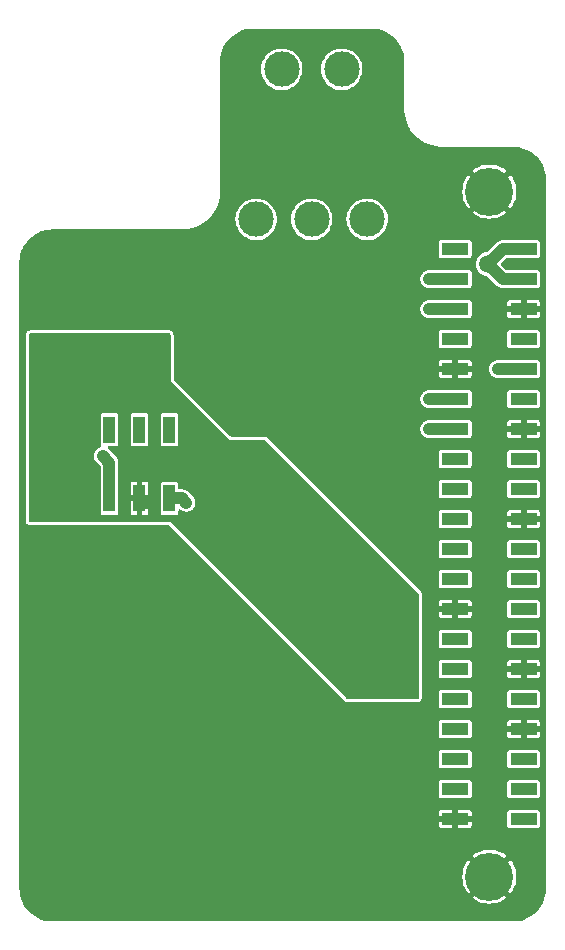
<source format=gbl>
G04 #@! TF.GenerationSoftware,KiCad,Pcbnew,(7.0.0-0)*
G04 #@! TF.CreationDate,2023-03-19T22:54:23+01:00*
G04 #@! TF.ProjectId,TinyLlama-Wavetable,54696e79-4c6c-4616-9d61-2d5761766574,rev?*
G04 #@! TF.SameCoordinates,Original*
G04 #@! TF.FileFunction,Copper,L2,Bot*
G04 #@! TF.FilePolarity,Positive*
%FSLAX46Y46*%
G04 Gerber Fmt 4.6, Leading zero omitted, Abs format (unit mm)*
G04 Created by KiCad (PCBNEW (7.0.0-0)) date 2023-03-19 22:54:23*
%MOMM*%
%LPD*%
G01*
G04 APERTURE LIST*
G04 #@! TA.AperFunction,SMDPad,CuDef*
%ADD10R,1.020000X2.300000*%
G04 #@! TD*
G04 #@! TA.AperFunction,ComponentPad*
%ADD11C,4.064000*%
G04 #@! TD*
G04 #@! TA.AperFunction,ComponentPad*
%ADD12C,3.000000*%
G04 #@! TD*
G04 #@! TA.AperFunction,SMDPad,CuDef*
%ADD13R,2.300000X1.020000*%
G04 #@! TD*
G04 #@! TA.AperFunction,ViaPad*
%ADD14C,1.000000*%
G04 #@! TD*
G04 #@! TA.AperFunction,ViaPad*
%ADD15C,1.500000*%
G04 #@! TD*
G04 #@! TA.AperFunction,Conductor*
%ADD16C,1.000000*%
G04 #@! TD*
G04 APERTURE END LIST*
D10*
X-27089999Y3034999D03*
X-29629999Y3034999D03*
X-32169999Y3034999D03*
X-32169999Y8834999D03*
X-29629999Y8834999D03*
X-27089999Y8834999D03*
D11*
X0Y-29000000D03*
X0Y29000000D03*
D12*
X-17590000Y39350000D03*
X-12510000Y39350000D03*
X-19750000Y26650000D03*
X-15050000Y26650000D03*
X-10350000Y26650000D03*
D13*
X-2899999Y24129999D03*
X2899999Y24129999D03*
X-2899999Y21589999D03*
X2899999Y21589999D03*
X-2899999Y19049999D03*
X2899999Y19049999D03*
X-2899999Y16509999D03*
X2899999Y16509999D03*
X-2899999Y13969999D03*
X2899999Y13969999D03*
X-2899999Y11429999D03*
X2899999Y11429999D03*
X-2899999Y8889999D03*
X2899999Y8889999D03*
X-2899999Y6349999D03*
X2899999Y6349999D03*
X-2899999Y3809999D03*
X2899999Y3809999D03*
X-2899999Y1269999D03*
X2899999Y1269999D03*
X-2899999Y-1269999D03*
X2899999Y-1269999D03*
X-2899999Y-3809999D03*
X2899999Y-3809999D03*
X-2899999Y-6349999D03*
X2899999Y-6349999D03*
X-2899999Y-8889999D03*
X2899999Y-8889999D03*
X-2899999Y-11429999D03*
X2899999Y-11429999D03*
X-2899999Y-13969999D03*
X2899999Y-13969999D03*
X-2899999Y-16509999D03*
X2899999Y-16509999D03*
X-2899999Y-19049999D03*
X2899999Y-19049999D03*
X-2899999Y-21589999D03*
X2899999Y-21589999D03*
X-2899999Y-24129999D03*
X2899999Y-24129999D03*
D14*
X-25650000Y2650000D03*
X-28450000Y2650000D03*
X-31100000Y-11150000D03*
X-31100000Y-13740000D03*
X2900000Y-15250000D03*
X-2900000Y-7610000D03*
X-18820000Y18070000D03*
X760000Y3036000D03*
X-31100000Y-3550000D03*
X-31100000Y-6100000D03*
X-700000Y-24140000D03*
X2900000Y-10170000D03*
X-31100000Y-8600000D03*
X2900000Y17790000D03*
X-32110000Y18720000D03*
X-6515000Y13970000D03*
X760000Y7124000D03*
D15*
X-140000Y22860000D03*
D14*
X-5100000Y21590000D03*
X-5100000Y19050000D03*
X710000Y13970000D03*
X-5100000Y11430000D03*
X-5100000Y8890000D03*
X-28000000Y5350000D03*
X-31100000Y11700000D03*
X-7890000Y-9830000D03*
X-31100000Y14300000D03*
X-32744000Y6620000D03*
D16*
X-26035000Y3035000D02*
X-25650000Y2650000D01*
X-27090000Y3035000D02*
X-26035000Y3035000D01*
X-28450000Y2650000D02*
X-29245000Y2650000D01*
X-29245000Y2650000D02*
X-29630000Y3035000D01*
X-32170000Y3035000D02*
X-32170000Y6046000D01*
X-32170000Y6046000D02*
X-32744000Y6620000D01*
X1130000Y24130000D02*
X-140000Y22860000D01*
X2900000Y21590000D02*
X1130000Y21590000D01*
X1130000Y21590000D02*
X-140000Y22860000D01*
X2900000Y24130000D02*
X1130000Y24130000D01*
X-5100000Y21590000D02*
X-2900000Y21590000D01*
X-5100000Y19050000D02*
X-2900000Y19050000D01*
X710000Y13970000D02*
X2900000Y13970000D01*
X-5100000Y11430000D02*
X-2900000Y11430000D01*
X-5100000Y8890000D02*
X-2900000Y8890000D01*
G04 #@! TA.AperFunction,Conductor*
G36*
X-27062000Y16983387D02*
G01*
X-27016613Y16938000D01*
X-27000000Y16876000D01*
X-27000000Y13000000D01*
X-22000000Y8000000D01*
X-19051362Y8000000D01*
X-19003909Y7990561D01*
X-18963681Y7963681D01*
X-6036319Y-4963681D01*
X-6009439Y-5003909D01*
X-6000000Y-5051362D01*
X-6000000Y-13876000D01*
X-6016613Y-13938000D01*
X-6062000Y-13983387D01*
X-6124000Y-14000000D01*
X-11948638Y-14000000D01*
X-11996091Y-13990561D01*
X-12036319Y-13963681D01*
X-26991361Y991361D01*
X-27000000Y1000000D01*
X-27012211Y1000000D01*
X-38876000Y1000000D01*
X-38938000Y1016613D01*
X-38983387Y1062000D01*
X-39000000Y1124000D01*
X-39000000Y6641977D01*
X-33499289Y6641977D01*
X-33498658Y6634773D01*
X-33498715Y6632838D01*
X-33498469Y6627192D01*
X-33498469Y6626921D01*
X-33499249Y6620000D01*
X-33490995Y6546753D01*
X-33490696Y6543760D01*
X-33483999Y6467203D01*
X-33481727Y6460348D01*
X-33481318Y6458366D01*
X-33480846Y6456675D01*
X-33480313Y6451941D01*
X-33454745Y6378874D01*
X-33454159Y6377154D01*
X-33428814Y6300666D01*
X-33425499Y6295292D01*
X-33424456Y6292310D01*
X-33420970Y6286763D01*
X-33420970Y6286762D01*
X-33381403Y6223793D01*
X-33380881Y6222955D01*
X-33336712Y6151344D01*
X-33331606Y6146238D01*
X-32956819Y5771452D01*
X-32929939Y5731224D01*
X-32920500Y5683771D01*
X-32920500Y4272158D01*
X-32922882Y4247966D01*
X-32930500Y4209674D01*
X-32930500Y1860326D01*
X-32915966Y1787260D01*
X-32860601Y1704399D01*
X-32777740Y1649034D01*
X-32765762Y1646651D01*
X-32765759Y1646650D01*
X-32710653Y1635689D01*
X-32710649Y1635688D01*
X-32704674Y1634500D01*
X-31641421Y1634500D01*
X-31635326Y1634500D01*
X-31629351Y1635688D01*
X-31629346Y1635689D01*
X-31574240Y1646650D01*
X-31574235Y1646651D01*
X-31562260Y1649034D01*
X-31552105Y1655819D01*
X-31552103Y1655820D01*
X-31489551Y1697615D01*
X-31489548Y1697617D01*
X-31479399Y1704399D01*
X-31472617Y1714548D01*
X-31472615Y1714551D01*
X-31430820Y1777103D01*
X-31430819Y1777105D01*
X-31424034Y1787260D01*
X-31421651Y1799235D01*
X-31421650Y1799240D01*
X-31410689Y1854346D01*
X-31410688Y1854351D01*
X-31409500Y1860326D01*
X-31409500Y1866472D01*
X-30390000Y1866472D01*
X-30388810Y1854395D01*
X-30377877Y1799433D01*
X-30368710Y1777300D01*
X-30327024Y1714913D01*
X-30310086Y1697975D01*
X-30247699Y1656289D01*
X-30225566Y1647122D01*
X-30170604Y1636189D01*
X-30158528Y1635000D01*
X-29896326Y1635000D01*
X-29883450Y1638450D01*
X-29880000Y1651326D01*
X-29380000Y1651326D01*
X-29376549Y1638450D01*
X-29363674Y1635000D01*
X-29101472Y1635000D01*
X-29089395Y1636189D01*
X-29034433Y1647122D01*
X-29012300Y1656289D01*
X-28949913Y1697975D01*
X-28932975Y1714913D01*
X-28891289Y1777300D01*
X-28882122Y1799433D01*
X-28871189Y1854395D01*
X-28870605Y1860326D01*
X-27850500Y1860326D01*
X-27835966Y1787260D01*
X-27780601Y1704399D01*
X-27697740Y1649034D01*
X-27685762Y1646651D01*
X-27685759Y1646650D01*
X-27630653Y1635689D01*
X-27630649Y1635688D01*
X-27624674Y1634500D01*
X-26561421Y1634500D01*
X-26555326Y1634500D01*
X-26549351Y1635688D01*
X-26549346Y1635689D01*
X-26494240Y1646650D01*
X-26494235Y1646651D01*
X-26482260Y1649034D01*
X-26472105Y1655819D01*
X-26472103Y1655820D01*
X-26409551Y1697615D01*
X-26409548Y1697617D01*
X-26399399Y1704399D01*
X-26392617Y1714548D01*
X-26392615Y1714551D01*
X-26350820Y1777103D01*
X-26350819Y1777105D01*
X-26344034Y1787260D01*
X-26341651Y1799235D01*
X-26341650Y1799240D01*
X-26330689Y1854346D01*
X-26330688Y1854351D01*
X-26329500Y1860326D01*
X-26329500Y1969393D01*
X-26310493Y2035366D01*
X-26259300Y2081114D01*
X-26191614Y2092613D01*
X-26128185Y2066338D01*
X-26125815Y2064448D01*
X-26120890Y2059523D01*
X-26089314Y2039682D01*
X-26078391Y2031966D01*
X-26046677Y2006889D01*
X-26016641Y1992883D01*
X-26003079Y1985497D01*
X-25983586Y1973248D01*
X-25983582Y1973246D01*
X-25977690Y1969544D01*
X-25939061Y1956027D01*
X-25927615Y1951369D01*
X-25887673Y1932744D01*
X-25880609Y1931285D01*
X-25880605Y1931284D01*
X-25858791Y1926780D01*
X-25842915Y1922384D01*
X-25824629Y1915985D01*
X-25824621Y1915983D01*
X-25818059Y1913687D01*
X-25811145Y1912908D01*
X-25811141Y1912907D01*
X-25773773Y1908697D01*
X-25762582Y1906915D01*
X-25722930Y1898727D01*
X-25722924Y1898726D01*
X-25715856Y1897267D01*
X-25708644Y1897476D01*
X-25708637Y1897476D01*
X-25690023Y1898018D01*
X-25672549Y1897291D01*
X-25650000Y1894751D01*
X-25602103Y1900147D01*
X-25591834Y1900873D01*
X-25547716Y1902157D01*
X-25547702Y1902159D01*
X-25540488Y1902369D01*
X-25533512Y1904238D01*
X-25533506Y1904239D01*
X-25519051Y1908112D01*
X-25500851Y1911556D01*
X-25488857Y1912907D01*
X-25488851Y1912908D01*
X-25481941Y1913687D01*
X-25475377Y1915983D01*
X-25475371Y1915985D01*
X-25433000Y1930811D01*
X-25424146Y1933542D01*
X-25378000Y1945907D01*
X-25377992Y1945909D01*
X-25371025Y1947777D01*
X-25364674Y1951200D01*
X-25364664Y1951205D01*
X-25354707Y1956574D01*
X-25336826Y1964464D01*
X-25328879Y1967245D01*
X-25328877Y1967245D01*
X-25322310Y1969544D01*
X-25316422Y1973243D01*
X-25316417Y1973246D01*
X-25275341Y1999056D01*
X-25268223Y2003205D01*
X-25222961Y2027610D01*
X-25222953Y2027615D01*
X-25216600Y2031041D01*
X-25211208Y2035839D01*
X-25211201Y2035844D01*
X-25205482Y2040934D01*
X-25189035Y2053285D01*
X-25185010Y2055814D01*
X-25185001Y2055821D01*
X-25179110Y2059523D01*
X-25174192Y2064440D01*
X-25174183Y2064448D01*
X-25137316Y2101315D01*
X-25132074Y2106261D01*
X-25090934Y2142873D01*
X-25090927Y2142880D01*
X-25085541Y2147674D01*
X-25081403Y2153583D01*
X-25081397Y2153590D01*
X-25079098Y2156873D01*
X-25065229Y2173402D01*
X-25064450Y2174181D01*
X-25064443Y2174189D01*
X-25059523Y2179110D01*
X-25055823Y2184996D01*
X-25055815Y2185008D01*
X-25026127Y2232254D01*
X-25022713Y2237398D01*
X-24989053Y2285471D01*
X-24989046Y2285483D01*
X-24984912Y2291388D01*
X-24982249Y2298088D01*
X-24982244Y2298099D01*
X-24982116Y2298423D01*
X-24976188Y2310105D01*
X-24976267Y2310144D01*
X-24973245Y2316418D01*
X-24969544Y2322310D01*
X-24967247Y2328872D01*
X-24967245Y2328878D01*
X-24947615Y2384977D01*
X-24945814Y2389801D01*
X-24922804Y2447722D01*
X-24922803Y2447725D01*
X-24920138Y2454434D01*
X-24919091Y2461577D01*
X-24917233Y2468513D01*
X-24917535Y2468582D01*
X-24915985Y2475370D01*
X-24913687Y2481941D01*
X-24912907Y2488860D01*
X-24905845Y2551529D01*
X-24905316Y2555612D01*
X-24895756Y2620880D01*
X-24895755Y2620890D01*
X-24894711Y2628023D01*
X-24895338Y2635201D01*
X-24895282Y2637145D01*
X-24895529Y2642785D01*
X-24895529Y2643088D01*
X-24894751Y2650000D01*
X-24895530Y2656918D01*
X-24902999Y2723211D01*
X-24903307Y2726284D01*
X-24909372Y2795600D01*
X-24909372Y2795602D01*
X-24910002Y2802797D01*
X-24912273Y2809653D01*
X-24912685Y2811648D01*
X-24913152Y2813323D01*
X-24913687Y2818059D01*
X-24939229Y2891056D01*
X-24939893Y2893006D01*
X-24962914Y2962479D01*
X-24962914Y2962480D01*
X-24965186Y2969335D01*
X-24968501Y2974709D01*
X-24969544Y2977690D01*
X-25012579Y3046179D01*
X-25013125Y3047055D01*
X-25053500Y3112514D01*
X-25057288Y3118656D01*
X-25459270Y3520638D01*
X-25471052Y3534271D01*
X-25481078Y3547738D01*
X-25485390Y3553530D01*
X-25490917Y3558167D01*
X-25490922Y3558173D01*
X-25523337Y3585372D01*
X-25531313Y3592681D01*
X-25532664Y3594032D01*
X-25535223Y3596591D01*
X-25559556Y3615831D01*
X-25562310Y3618073D01*
X-25619786Y3666302D01*
X-25626245Y3669546D01*
X-25629134Y3671446D01*
X-25629413Y3671648D01*
X-25629713Y3671815D01*
X-25632654Y3673629D01*
X-25638323Y3678111D01*
X-25706327Y3709822D01*
X-25709534Y3711374D01*
X-25776567Y3745040D01*
X-25783594Y3746705D01*
X-25786835Y3747885D01*
X-25787164Y3748021D01*
X-25787498Y3748116D01*
X-25790778Y3749202D01*
X-25797327Y3752257D01*
X-25870894Y3767447D01*
X-25874257Y3768193D01*
X-25947279Y3785500D01*
X-25954510Y3785500D01*
X-25957933Y3785900D01*
X-25958285Y3785957D01*
X-25958626Y3785972D01*
X-25962069Y3786273D01*
X-25969144Y3787734D01*
X-26044096Y3785552D01*
X-26044130Y3785552D01*
X-26047737Y3785500D01*
X-26205500Y3785500D01*
X-26267500Y3802113D01*
X-26312887Y3847500D01*
X-26329500Y3909500D01*
X-26329500Y4203579D01*
X-26329500Y4209674D01*
X-26330689Y4215653D01*
X-26341650Y4270759D01*
X-26341651Y4270762D01*
X-26344034Y4282740D01*
X-26399399Y4365601D01*
X-26482260Y4420966D01*
X-26555326Y4435500D01*
X-27624674Y4435500D01*
X-27697740Y4420966D01*
X-27780601Y4365601D01*
X-27835966Y4282740D01*
X-27850500Y4209674D01*
X-27850500Y1860326D01*
X-28870605Y1860326D01*
X-28870000Y1866472D01*
X-28870000Y2768674D01*
X-28873450Y2781549D01*
X-28886326Y2785000D01*
X-29363674Y2785000D01*
X-29376549Y2781549D01*
X-29380000Y2768674D01*
X-29380000Y1651326D01*
X-29880000Y1651326D01*
X-29880000Y2768674D01*
X-29883450Y2781549D01*
X-29896326Y2785000D01*
X-30373674Y2785000D01*
X-30386549Y2781549D01*
X-30390000Y2768674D01*
X-30390000Y1866472D01*
X-31409500Y1866472D01*
X-31409500Y3301326D01*
X-30390000Y3301326D01*
X-30386549Y3288450D01*
X-30373674Y3285000D01*
X-29896326Y3285000D01*
X-29883450Y3288450D01*
X-29880000Y3301326D01*
X-29380000Y3301326D01*
X-29376549Y3288450D01*
X-29363674Y3285000D01*
X-28886326Y3285000D01*
X-28873450Y3288450D01*
X-28870000Y3301326D01*
X-28870000Y4203528D01*
X-28871189Y4215604D01*
X-28882122Y4270566D01*
X-28891289Y4292699D01*
X-28932975Y4355086D01*
X-28949913Y4372024D01*
X-29012300Y4413710D01*
X-29034433Y4422877D01*
X-29089395Y4433810D01*
X-29101472Y4435000D01*
X-29363674Y4435000D01*
X-29376549Y4431549D01*
X-29380000Y4418674D01*
X-29380000Y3301326D01*
X-29880000Y3301326D01*
X-29880000Y4418674D01*
X-29883450Y4431549D01*
X-29896326Y4435000D01*
X-30158528Y4435000D01*
X-30170604Y4433810D01*
X-30225566Y4422877D01*
X-30247699Y4413710D01*
X-30310086Y4372024D01*
X-30327024Y4355086D01*
X-30368710Y4292699D01*
X-30377877Y4270566D01*
X-30388810Y4215604D01*
X-30390000Y4203528D01*
X-30390000Y3301326D01*
X-31409500Y3301326D01*
X-31409500Y4209674D01*
X-31417117Y4247966D01*
X-31419500Y4272158D01*
X-31419500Y5982293D01*
X-31418191Y6000264D01*
X-31415758Y6016873D01*
X-31415757Y6016875D01*
X-31414711Y6024023D01*
X-31415340Y6031214D01*
X-31415340Y6031221D01*
X-31419028Y6073369D01*
X-31419500Y6084176D01*
X-31419500Y6086109D01*
X-31419500Y6089709D01*
X-31419916Y6093272D01*
X-31419917Y6093282D01*
X-31423098Y6120496D01*
X-31423464Y6124082D01*
X-31429371Y6191604D01*
X-31429372Y6191609D01*
X-31430001Y6198797D01*
X-31432271Y6205649D01*
X-31432976Y6209063D01*
X-31433028Y6209384D01*
X-31433120Y6209709D01*
X-31433920Y6213085D01*
X-31434759Y6220255D01*
X-31460413Y6290742D01*
X-31461582Y6294108D01*
X-31482911Y6358474D01*
X-31482917Y6358487D01*
X-31485186Y6365334D01*
X-31488975Y6371477D01*
X-31490436Y6374610D01*
X-31490569Y6374932D01*
X-31490729Y6375218D01*
X-31492293Y6378331D01*
X-31494763Y6385117D01*
X-31535991Y6447802D01*
X-31537902Y6450800D01*
X-31573497Y6508509D01*
X-31577288Y6514655D01*
X-31582394Y6519761D01*
X-31584537Y6522471D01*
X-31584741Y6522753D01*
X-31584968Y6523001D01*
X-31587201Y6525663D01*
X-31591170Y6531696D01*
X-31607184Y6546804D01*
X-31645724Y6583165D01*
X-31648311Y6585678D01*
X-32244216Y7181584D01*
X-32244223Y7181591D01*
X-32244227Y7181594D01*
X-32273110Y7210477D01*
X-32278413Y7213809D01*
X-32314927Y7261766D01*
X-32324406Y7321616D01*
X-32304392Y7378812D01*
X-32259664Y7419694D01*
X-32200905Y7434500D01*
X-31641421Y7434500D01*
X-31635326Y7434500D01*
X-31629351Y7435688D01*
X-31629346Y7435689D01*
X-31574240Y7446650D01*
X-31574235Y7446651D01*
X-31562260Y7449034D01*
X-31552105Y7455819D01*
X-31552103Y7455820D01*
X-31489551Y7497615D01*
X-31489548Y7497617D01*
X-31479399Y7504399D01*
X-31472617Y7514548D01*
X-31472615Y7514551D01*
X-31430820Y7577103D01*
X-31430819Y7577105D01*
X-31424034Y7587260D01*
X-31421651Y7599235D01*
X-31421650Y7599240D01*
X-31410689Y7654346D01*
X-31410688Y7654351D01*
X-31409500Y7660326D01*
X-30390500Y7660326D01*
X-30375966Y7587260D01*
X-30320601Y7504399D01*
X-30237740Y7449034D01*
X-30225762Y7446651D01*
X-30225759Y7446650D01*
X-30170653Y7435689D01*
X-30170649Y7435688D01*
X-30164674Y7434500D01*
X-29101421Y7434500D01*
X-29095326Y7434500D01*
X-29089351Y7435688D01*
X-29089346Y7435689D01*
X-29034240Y7446650D01*
X-29034235Y7446651D01*
X-29022260Y7449034D01*
X-29012105Y7455819D01*
X-29012103Y7455820D01*
X-28949551Y7497615D01*
X-28949548Y7497617D01*
X-28939399Y7504399D01*
X-28932617Y7514548D01*
X-28932615Y7514551D01*
X-28890820Y7577103D01*
X-28890819Y7577105D01*
X-28884034Y7587260D01*
X-28881651Y7599235D01*
X-28881650Y7599240D01*
X-28870689Y7654346D01*
X-28870688Y7654351D01*
X-28869500Y7660326D01*
X-27850500Y7660326D01*
X-27835966Y7587260D01*
X-27780601Y7504399D01*
X-27697740Y7449034D01*
X-27685762Y7446651D01*
X-27685759Y7446650D01*
X-27630653Y7435689D01*
X-27630649Y7435688D01*
X-27624674Y7434500D01*
X-26561421Y7434500D01*
X-26555326Y7434500D01*
X-26549351Y7435688D01*
X-26549346Y7435689D01*
X-26494240Y7446650D01*
X-26494235Y7446651D01*
X-26482260Y7449034D01*
X-26472105Y7455819D01*
X-26472103Y7455820D01*
X-26409551Y7497615D01*
X-26409548Y7497617D01*
X-26399399Y7504399D01*
X-26392617Y7514548D01*
X-26392615Y7514551D01*
X-26350820Y7577103D01*
X-26350819Y7577105D01*
X-26344034Y7587260D01*
X-26341651Y7599235D01*
X-26341650Y7599240D01*
X-26330689Y7654346D01*
X-26330688Y7654351D01*
X-26329500Y7660326D01*
X-26329500Y10009674D01*
X-26330689Y10015653D01*
X-26341650Y10070759D01*
X-26341651Y10070762D01*
X-26344034Y10082740D01*
X-26399399Y10165601D01*
X-26482260Y10220966D01*
X-26555326Y10235500D01*
X-27624674Y10235500D01*
X-27697740Y10220966D01*
X-27780601Y10165601D01*
X-27835966Y10082740D01*
X-27850500Y10009674D01*
X-27850500Y7660326D01*
X-28869500Y7660326D01*
X-28869500Y10009674D01*
X-28870689Y10015653D01*
X-28881650Y10070759D01*
X-28881651Y10070762D01*
X-28884034Y10082740D01*
X-28939399Y10165601D01*
X-29022260Y10220966D01*
X-29095326Y10235500D01*
X-30164674Y10235500D01*
X-30237740Y10220966D01*
X-30320601Y10165601D01*
X-30375966Y10082740D01*
X-30390500Y10009674D01*
X-30390500Y7660326D01*
X-31409500Y7660326D01*
X-31409500Y10009674D01*
X-31410689Y10015653D01*
X-31421650Y10070759D01*
X-31421651Y10070762D01*
X-31424034Y10082740D01*
X-31479399Y10165601D01*
X-31562260Y10220966D01*
X-31635326Y10235500D01*
X-32704674Y10235500D01*
X-32777740Y10220966D01*
X-32860601Y10165601D01*
X-32915966Y10082740D01*
X-32930500Y10009674D01*
X-32930500Y7660326D01*
X-32915966Y7587260D01*
X-32909179Y7577103D01*
X-32879070Y7532040D01*
X-32859272Y7479621D01*
X-32864569Y7423839D01*
X-32893880Y7376085D01*
X-32941217Y7346109D01*
X-32958360Y7340110D01*
X-32961000Y7339187D01*
X-32969862Y7336454D01*
X-33022976Y7322223D01*
X-33039285Y7313428D01*
X-33057176Y7305533D01*
X-33071690Y7300456D01*
X-33118682Y7270927D01*
X-33125765Y7266798D01*
X-33177400Y7238959D01*
X-33188515Y7229066D01*
X-33204981Y7216703D01*
X-33214890Y7210477D01*
X-33256694Y7168671D01*
X-33261904Y7163755D01*
X-33308459Y7122326D01*
X-33314891Y7113139D01*
X-33328786Y7096580D01*
X-33334477Y7090890D01*
X-33362285Y7046632D01*
X-33367862Y7037758D01*
X-33371282Y7032605D01*
X-33409088Y6978612D01*
X-33411870Y6971608D01*
X-33417811Y6959900D01*
X-33417729Y6959861D01*
X-33420749Y6953588D01*
X-33424456Y6947690D01*
X-33446379Y6885035D01*
X-33448183Y6880203D01*
X-33473862Y6815567D01*
X-33474909Y6808414D01*
X-33476763Y6801495D01*
X-33476462Y6801427D01*
X-33478012Y6794633D01*
X-33480313Y6788059D01*
X-33488163Y6718382D01*
X-33488679Y6714405D01*
X-33499289Y6641977D01*
X-39000000Y6641977D01*
X-39000000Y16876000D01*
X-38983387Y16938000D01*
X-38938000Y16983387D01*
X-38876000Y17000000D01*
X-27124000Y17000000D01*
X-27062000Y16983387D01*
G37*
G04 #@! TD.AperFunction*
G04 #@! TA.AperFunction,Conductor*
G36*
X-9996528Y42799305D02*
G01*
X-9693507Y42782287D01*
X-9679689Y42780730D01*
X-9383920Y42730477D01*
X-9370363Y42727383D01*
X-9082072Y42644327D01*
X-9068947Y42639734D01*
X-8791777Y42524927D01*
X-8779249Y42518894D01*
X-8516660Y42373766D01*
X-8504895Y42366373D01*
X-8363716Y42266201D01*
X-8260226Y42192771D01*
X-8249354Y42184102D01*
X-8025647Y41984185D01*
X-8015814Y41974352D01*
X-7815897Y41750645D01*
X-7807233Y41739779D01*
X-7633623Y41495099D01*
X-7626236Y41483344D01*
X-7481105Y41220750D01*
X-7475075Y41208229D01*
X-7382789Y40985430D01*
X-7360265Y40931052D01*
X-7355672Y40917927D01*
X-7272616Y40629636D01*
X-7269522Y40616080D01*
X-7219267Y40320300D01*
X-7217713Y40306502D01*
X-7206770Y40111643D01*
X-7200695Y40003472D01*
X-7200500Y39996519D01*
X-7200500Y36039882D01*
X-7200500Y36000000D01*
X-7200500Y35832269D01*
X-7165434Y35498644D01*
X-7095688Y35170513D01*
X-6992024Y34851470D01*
X-6855579Y34545010D01*
X-6687848Y34254491D01*
X-6685936Y34251860D01*
X-6492576Y33985720D01*
X-6492570Y33985713D01*
X-6490669Y33983096D01*
X-6266201Y33733799D01*
X-6016904Y33509331D01*
X-6014289Y33507431D01*
X-6014279Y33507423D01*
X-5808062Y33357599D01*
X-5745509Y33312152D01*
X-5742704Y33310532D01*
X-5742694Y33310526D01*
X-5457807Y33146047D01*
X-5457801Y33146044D01*
X-5454990Y33144421D01*
X-5452030Y33143103D01*
X-5452020Y33143098D01*
X-5151493Y33009295D01*
X-5148530Y33007976D01*
X-5145446Y33006974D01*
X-5145441Y33006972D01*
X-4832568Y32905313D01*
X-4829487Y32904312D01*
X-4826328Y32903640D01*
X-4826315Y32903637D01*
X-4504527Y32835240D01*
X-4501356Y32834566D01*
X-4498149Y32834228D01*
X-4498137Y32834227D01*
X-4170951Y32799838D01*
X-4170942Y32799837D01*
X-4167731Y32799500D01*
X-4022590Y32799500D01*
X-4000000Y32799500D01*
X-3960118Y32799500D01*
X1960118Y32799500D01*
X1996519Y32799500D01*
X2003472Y32799305D01*
X2306493Y32782287D01*
X2320311Y32780730D01*
X2616079Y32730477D01*
X2629636Y32727383D01*
X2917927Y32644327D01*
X2931051Y32639734D01*
X3208222Y32524927D01*
X3220751Y32518894D01*
X3483328Y32373772D01*
X3495102Y32366374D01*
X3739785Y32192763D01*
X3750657Y32184092D01*
X3974352Y31984184D01*
X3984184Y31974352D01*
X4184092Y31750657D01*
X4192763Y31739785D01*
X4366374Y31495102D01*
X4373772Y31483328D01*
X4518894Y31220751D01*
X4524927Y31208222D01*
X4639734Y30931051D01*
X4644327Y30917927D01*
X4727383Y30629636D01*
X4730477Y30616079D01*
X4780730Y30320311D01*
X4782287Y30306493D01*
X4799305Y30003472D01*
X4799500Y29996519D01*
X4799500Y-29996519D01*
X4799305Y-30003472D01*
X4782287Y-30306493D01*
X4780730Y-30320311D01*
X4730477Y-30616079D01*
X4727383Y-30629636D01*
X4644327Y-30917927D01*
X4639734Y-30931051D01*
X4524927Y-31208222D01*
X4518894Y-31220751D01*
X4373772Y-31483328D01*
X4366374Y-31495102D01*
X4192763Y-31739785D01*
X4184092Y-31750657D01*
X3984184Y-31974352D01*
X3974352Y-31984184D01*
X3750657Y-32184092D01*
X3739785Y-32192763D01*
X3495102Y-32366374D01*
X3483328Y-32373772D01*
X3220751Y-32518894D01*
X3208222Y-32524927D01*
X2931051Y-32639734D01*
X2917927Y-32644327D01*
X2629636Y-32727383D01*
X2616079Y-32730477D01*
X2320311Y-32780730D01*
X2306493Y-32782287D01*
X2003472Y-32799305D01*
X1996519Y-32799500D01*
X-36996519Y-32799500D01*
X-37003472Y-32799305D01*
X-37306492Y-32782287D01*
X-37320310Y-32780730D01*
X-37616079Y-32730477D01*
X-37629636Y-32727383D01*
X-37917927Y-32644327D01*
X-37931052Y-32639734D01*
X-38208222Y-32524927D01*
X-38220750Y-32518894D01*
X-38483335Y-32373769D01*
X-38495109Y-32366370D01*
X-38739773Y-32192771D01*
X-38750645Y-32184102D01*
X-38974352Y-31984185D01*
X-38984185Y-31974352D01*
X-39184102Y-31750645D01*
X-39192771Y-31739773D01*
X-39366370Y-31495109D01*
X-39373769Y-31483335D01*
X-39518894Y-31220750D01*
X-39524927Y-31208222D01*
X-39639734Y-30931052D01*
X-39644327Y-30917927D01*
X-39683460Y-30782095D01*
X-1423358Y-30782095D01*
X-1415925Y-30793487D01*
X-1395231Y-30811635D01*
X-1388794Y-30816575D01*
X-1146822Y-30978255D01*
X-1139808Y-30982305D01*
X-878800Y-31111019D01*
X-871310Y-31114121D01*
X-595736Y-31207667D01*
X-587908Y-31209764D01*
X-302482Y-31266538D01*
X-294446Y-31267596D01*
X-4058Y-31286630D01*
X4058Y-31286630D01*
X294446Y-31267596D01*
X302482Y-31266538D01*
X587908Y-31209764D01*
X595736Y-31207667D01*
X871310Y-31114121D01*
X878800Y-31111019D01*
X1139808Y-30982305D01*
X1146822Y-30978255D01*
X1388794Y-30816575D01*
X1395231Y-30811635D01*
X1415925Y-30793487D01*
X1423358Y-30782095D01*
X1416684Y-30770238D01*
X11542Y-29365095D01*
X0Y-29358431D01*
X-11542Y-29365095D01*
X-1416684Y-30770238D01*
X-1423358Y-30782095D01*
X-39683460Y-30782095D01*
X-39727383Y-30629636D01*
X-39730477Y-30616079D01*
X-39780730Y-30320310D01*
X-39782287Y-30306492D01*
X-39799305Y-30003472D01*
X-39799500Y-29996519D01*
X-39799500Y-29004058D01*
X-2286630Y-29004058D01*
X-2267596Y-29294446D01*
X-2266538Y-29302482D01*
X-2209764Y-29587908D01*
X-2207667Y-29595736D01*
X-2114121Y-29871310D01*
X-2111019Y-29878800D01*
X-1982305Y-30139808D01*
X-1978255Y-30146822D01*
X-1816575Y-30388794D01*
X-1811635Y-30395231D01*
X-1793487Y-30415925D01*
X-1782095Y-30423358D01*
X-1770238Y-30416684D01*
X-365095Y-29011541D01*
X-358431Y-28999999D01*
X358431Y-28999999D01*
X365095Y-29011541D01*
X1770238Y-30416684D01*
X1782095Y-30423358D01*
X1793487Y-30415925D01*
X1811635Y-30395231D01*
X1816575Y-30388794D01*
X1978255Y-30146822D01*
X1982305Y-30139808D01*
X2111019Y-29878800D01*
X2114121Y-29871310D01*
X2207667Y-29595736D01*
X2209764Y-29587908D01*
X2266538Y-29302482D01*
X2267596Y-29294446D01*
X2286630Y-29004058D01*
X2286630Y-28995942D01*
X2267596Y-28705553D01*
X2266538Y-28697517D01*
X2209764Y-28412091D01*
X2207667Y-28404263D01*
X2114121Y-28128689D01*
X2111019Y-28121199D01*
X1982305Y-27860191D01*
X1978255Y-27853177D01*
X1816572Y-27611201D01*
X1811640Y-27604774D01*
X1793487Y-27584074D01*
X1782094Y-27576640D01*
X1770238Y-27583314D01*
X365095Y-28988456D01*
X358431Y-28999999D01*
X-358431Y-28999999D01*
X-365095Y-28988456D01*
X-1770238Y-27583314D01*
X-1782094Y-27576640D01*
X-1793487Y-27584074D01*
X-1811640Y-27604774D01*
X-1816572Y-27611201D01*
X-1978255Y-27853177D01*
X-1982305Y-27860191D01*
X-2111019Y-28121199D01*
X-2114121Y-28128689D01*
X-2207667Y-28404263D01*
X-2209764Y-28412091D01*
X-2266538Y-28697517D01*
X-2267596Y-28705553D01*
X-2286630Y-28995942D01*
X-2286630Y-29004058D01*
X-39799500Y-29004058D01*
X-39799500Y-27217904D01*
X-1423358Y-27217904D01*
X-1416684Y-27229760D01*
X-11542Y-28634903D01*
X0Y-28641567D01*
X11542Y-28634903D01*
X1416684Y-27229760D01*
X1423358Y-27217904D01*
X1415924Y-27206511D01*
X1395225Y-27188359D01*
X1388798Y-27183427D01*
X1146822Y-27021744D01*
X1139808Y-27017694D01*
X878800Y-26888980D01*
X871310Y-26885878D01*
X595736Y-26792332D01*
X587908Y-26790235D01*
X302482Y-26733461D01*
X294446Y-26732403D01*
X4058Y-26713370D01*
X-4058Y-26713370D01*
X-294446Y-26732403D01*
X-302482Y-26733461D01*
X-587908Y-26790235D01*
X-595736Y-26792332D01*
X-871310Y-26885878D01*
X-878800Y-26888980D01*
X-1139808Y-27017694D01*
X-1146822Y-27021744D01*
X-1388798Y-27183427D01*
X-1395225Y-27188359D01*
X-1415924Y-27206511D01*
X-1423358Y-27217904D01*
X-39799500Y-27217904D01*
X-39799500Y-24658528D01*
X-4300000Y-24658528D01*
X-4298810Y-24670604D01*
X-4287877Y-24725566D01*
X-4278710Y-24747699D01*
X-4237024Y-24810086D01*
X-4220086Y-24827024D01*
X-4157699Y-24868710D01*
X-4135566Y-24877877D01*
X-4080604Y-24888810D01*
X-4068528Y-24890000D01*
X-3166326Y-24890000D01*
X-3153450Y-24886549D01*
X-3150000Y-24873674D01*
X-2650000Y-24873674D01*
X-2646549Y-24886549D01*
X-2633674Y-24890000D01*
X-1731472Y-24890000D01*
X-1719395Y-24888810D01*
X-1664433Y-24877877D01*
X-1642300Y-24868710D01*
X-1579913Y-24827024D01*
X-1562975Y-24810086D01*
X-1521289Y-24747699D01*
X-1512122Y-24725566D01*
X-1501189Y-24670604D01*
X-1500605Y-24664674D01*
X1499500Y-24664674D01*
X1500688Y-24670649D01*
X1500689Y-24670653D01*
X1511650Y-24725759D01*
X1511651Y-24725762D01*
X1514034Y-24737740D01*
X1569399Y-24820601D01*
X1652260Y-24875966D01*
X1725326Y-24890500D01*
X4068579Y-24890500D01*
X4074674Y-24890500D01*
X4147740Y-24875966D01*
X4230601Y-24820601D01*
X4285966Y-24737740D01*
X4300500Y-24664674D01*
X4300500Y-23595326D01*
X4285966Y-23522260D01*
X4230601Y-23439399D01*
X4147740Y-23384034D01*
X4135762Y-23381651D01*
X4135759Y-23381650D01*
X4080653Y-23370689D01*
X4080649Y-23370688D01*
X4074674Y-23369500D01*
X1725326Y-23369500D01*
X1719351Y-23370688D01*
X1719346Y-23370689D01*
X1664240Y-23381650D01*
X1664235Y-23381651D01*
X1652260Y-23384034D01*
X1642105Y-23390819D01*
X1642103Y-23390820D01*
X1579551Y-23432615D01*
X1579548Y-23432617D01*
X1569399Y-23439399D01*
X1562617Y-23449548D01*
X1562615Y-23449551D01*
X1520820Y-23512103D01*
X1520819Y-23512105D01*
X1514034Y-23522260D01*
X1511651Y-23534235D01*
X1511650Y-23534240D01*
X1500689Y-23589346D01*
X1500688Y-23589351D01*
X1499500Y-23595326D01*
X1499500Y-24664674D01*
X-1500605Y-24664674D01*
X-1500000Y-24658528D01*
X-1500000Y-24396326D01*
X-1503450Y-24383450D01*
X-1516326Y-24380000D01*
X-2633674Y-24380000D01*
X-2646549Y-24383450D01*
X-2650000Y-24396326D01*
X-2650000Y-24873674D01*
X-3150000Y-24873674D01*
X-3150000Y-24396326D01*
X-3153450Y-24383450D01*
X-3166326Y-24380000D01*
X-4283674Y-24380000D01*
X-4296549Y-24383450D01*
X-4300000Y-24396326D01*
X-4300000Y-24658528D01*
X-39799500Y-24658528D01*
X-39799500Y-23863674D01*
X-4300000Y-23863674D01*
X-4296549Y-23876549D01*
X-4283674Y-23880000D01*
X-3166326Y-23880000D01*
X-3153450Y-23876549D01*
X-3150000Y-23863674D01*
X-2650000Y-23863674D01*
X-2646549Y-23876549D01*
X-2633674Y-23880000D01*
X-1516326Y-23880000D01*
X-1503450Y-23876549D01*
X-1500000Y-23863674D01*
X-1500000Y-23601472D01*
X-1501189Y-23589395D01*
X-1512122Y-23534433D01*
X-1521289Y-23512300D01*
X-1562975Y-23449913D01*
X-1579913Y-23432975D01*
X-1642300Y-23391289D01*
X-1664433Y-23382122D01*
X-1719395Y-23371189D01*
X-1731472Y-23370000D01*
X-2633674Y-23370000D01*
X-2646549Y-23373450D01*
X-2650000Y-23386326D01*
X-2650000Y-23863674D01*
X-3150000Y-23863674D01*
X-3150000Y-23386326D01*
X-3153450Y-23373450D01*
X-3166326Y-23370000D01*
X-4068528Y-23370000D01*
X-4080604Y-23371189D01*
X-4135566Y-23382122D01*
X-4157699Y-23391289D01*
X-4220086Y-23432975D01*
X-4237024Y-23449913D01*
X-4278710Y-23512300D01*
X-4287877Y-23534433D01*
X-4298810Y-23589395D01*
X-4300000Y-23601472D01*
X-4300000Y-23863674D01*
X-39799500Y-23863674D01*
X-39799500Y-22124674D01*
X-4300500Y-22124674D01*
X-4285966Y-22197740D01*
X-4230601Y-22280601D01*
X-4147740Y-22335966D01*
X-4074674Y-22350500D01*
X-1731421Y-22350500D01*
X-1725326Y-22350500D01*
X-1652260Y-22335966D01*
X-1569399Y-22280601D01*
X-1514034Y-22197740D01*
X-1511651Y-22185762D01*
X-1511650Y-22185759D01*
X-1500689Y-22130653D01*
X-1500688Y-22130649D01*
X-1499500Y-22124674D01*
X1499500Y-22124674D01*
X1500688Y-22130649D01*
X1500689Y-22130653D01*
X1511650Y-22185759D01*
X1511651Y-22185762D01*
X1514034Y-22197740D01*
X1569399Y-22280601D01*
X1652260Y-22335966D01*
X1725326Y-22350500D01*
X4068579Y-22350500D01*
X4074674Y-22350500D01*
X4147740Y-22335966D01*
X4230601Y-22280601D01*
X4285966Y-22197740D01*
X4300500Y-22124674D01*
X4300500Y-21055326D01*
X4285966Y-20982260D01*
X4230601Y-20899399D01*
X4147740Y-20844034D01*
X4135762Y-20841651D01*
X4135759Y-20841650D01*
X4080653Y-20830689D01*
X4080649Y-20830688D01*
X4074674Y-20829500D01*
X1725326Y-20829500D01*
X1719351Y-20830688D01*
X1719346Y-20830689D01*
X1664240Y-20841650D01*
X1664235Y-20841651D01*
X1652260Y-20844034D01*
X1642105Y-20850819D01*
X1642103Y-20850820D01*
X1579551Y-20892615D01*
X1579548Y-20892617D01*
X1569399Y-20899399D01*
X1562617Y-20909548D01*
X1562615Y-20909551D01*
X1520820Y-20972103D01*
X1520819Y-20972105D01*
X1514034Y-20982260D01*
X1511651Y-20994235D01*
X1511650Y-20994240D01*
X1500689Y-21049346D01*
X1500688Y-21049351D01*
X1499500Y-21055326D01*
X1499500Y-22124674D01*
X-1499500Y-22124674D01*
X-1499500Y-21055326D01*
X-1500688Y-21049351D01*
X-1500689Y-21049346D01*
X-1511650Y-20994240D01*
X-1511651Y-20994235D01*
X-1514034Y-20982260D01*
X-1520819Y-20972105D01*
X-1520820Y-20972103D01*
X-1562615Y-20909551D01*
X-1562617Y-20909548D01*
X-1569399Y-20899399D01*
X-1579548Y-20892617D01*
X-1579551Y-20892615D01*
X-1642103Y-20850820D01*
X-1642105Y-20850819D01*
X-1652260Y-20844034D01*
X-1664235Y-20841651D01*
X-1664240Y-20841650D01*
X-1719346Y-20830689D01*
X-1719351Y-20830688D01*
X-1725326Y-20829500D01*
X-4074674Y-20829500D01*
X-4080649Y-20830688D01*
X-4080653Y-20830689D01*
X-4135759Y-20841650D01*
X-4135762Y-20841651D01*
X-4147740Y-20844034D01*
X-4230601Y-20899399D01*
X-4285966Y-20982260D01*
X-4300500Y-21055326D01*
X-4300500Y-22124674D01*
X-39799500Y-22124674D01*
X-39799500Y-19584674D01*
X-4300500Y-19584674D01*
X-4285966Y-19657740D01*
X-4230601Y-19740601D01*
X-4147740Y-19795966D01*
X-4074674Y-19810500D01*
X-1731421Y-19810500D01*
X-1725326Y-19810500D01*
X-1652260Y-19795966D01*
X-1569399Y-19740601D01*
X-1514034Y-19657740D01*
X-1511651Y-19645762D01*
X-1511650Y-19645759D01*
X-1500689Y-19590653D01*
X-1500688Y-19590649D01*
X-1499500Y-19584674D01*
X1499500Y-19584674D01*
X1500688Y-19590649D01*
X1500689Y-19590653D01*
X1511650Y-19645759D01*
X1511651Y-19645762D01*
X1514034Y-19657740D01*
X1569399Y-19740601D01*
X1652260Y-19795966D01*
X1725326Y-19810500D01*
X4068579Y-19810500D01*
X4074674Y-19810500D01*
X4147740Y-19795966D01*
X4230601Y-19740601D01*
X4285966Y-19657740D01*
X4300500Y-19584674D01*
X4300500Y-18515326D01*
X4285966Y-18442260D01*
X4230601Y-18359399D01*
X4147740Y-18304034D01*
X4135762Y-18301651D01*
X4135759Y-18301650D01*
X4080653Y-18290689D01*
X4080649Y-18290688D01*
X4074674Y-18289500D01*
X1725326Y-18289500D01*
X1719351Y-18290688D01*
X1719346Y-18290689D01*
X1664240Y-18301650D01*
X1664235Y-18301651D01*
X1652260Y-18304034D01*
X1642105Y-18310819D01*
X1642103Y-18310820D01*
X1579551Y-18352615D01*
X1579548Y-18352617D01*
X1569399Y-18359399D01*
X1562617Y-18369548D01*
X1562615Y-18369551D01*
X1520820Y-18432103D01*
X1520819Y-18432105D01*
X1514034Y-18442260D01*
X1511651Y-18454235D01*
X1511650Y-18454240D01*
X1500689Y-18509346D01*
X1500688Y-18509351D01*
X1499500Y-18515326D01*
X1499500Y-19584674D01*
X-1499500Y-19584674D01*
X-1499500Y-18515326D01*
X-1500688Y-18509351D01*
X-1500689Y-18509346D01*
X-1511650Y-18454240D01*
X-1511651Y-18454235D01*
X-1514034Y-18442260D01*
X-1520819Y-18432105D01*
X-1520820Y-18432103D01*
X-1562615Y-18369551D01*
X-1562617Y-18369548D01*
X-1569399Y-18359399D01*
X-1579548Y-18352617D01*
X-1579551Y-18352615D01*
X-1642103Y-18310820D01*
X-1642105Y-18310819D01*
X-1652260Y-18304034D01*
X-1664235Y-18301651D01*
X-1664240Y-18301650D01*
X-1719346Y-18290689D01*
X-1719351Y-18290688D01*
X-1725326Y-18289500D01*
X-4074674Y-18289500D01*
X-4080649Y-18290688D01*
X-4080653Y-18290689D01*
X-4135759Y-18301650D01*
X-4135762Y-18301651D01*
X-4147740Y-18304034D01*
X-4230601Y-18359399D01*
X-4285966Y-18442260D01*
X-4300500Y-18515326D01*
X-4300500Y-19584674D01*
X-39799500Y-19584674D01*
X-39799500Y-17044674D01*
X-4300500Y-17044674D01*
X-4285966Y-17117740D01*
X-4230601Y-17200601D01*
X-4147740Y-17255966D01*
X-4074674Y-17270500D01*
X-1731421Y-17270500D01*
X-1725326Y-17270500D01*
X-1652260Y-17255966D01*
X-1569399Y-17200601D01*
X-1514034Y-17117740D01*
X-1511651Y-17105762D01*
X-1511650Y-17105759D01*
X-1500689Y-17050653D01*
X-1500688Y-17050649D01*
X-1499500Y-17044674D01*
X-1499500Y-17038528D01*
X1500000Y-17038528D01*
X1501189Y-17050604D01*
X1512122Y-17105566D01*
X1521289Y-17127699D01*
X1562975Y-17190086D01*
X1579913Y-17207024D01*
X1642300Y-17248710D01*
X1664433Y-17257877D01*
X1719395Y-17268810D01*
X1731472Y-17270000D01*
X2633674Y-17270000D01*
X2646549Y-17266549D01*
X2650000Y-17253674D01*
X3150000Y-17253674D01*
X3153450Y-17266549D01*
X3166326Y-17270000D01*
X4068528Y-17270000D01*
X4080604Y-17268810D01*
X4135566Y-17257877D01*
X4157699Y-17248710D01*
X4220086Y-17207024D01*
X4237024Y-17190086D01*
X4278710Y-17127699D01*
X4287877Y-17105566D01*
X4298810Y-17050604D01*
X4300000Y-17038528D01*
X4300000Y-16776326D01*
X4296549Y-16763450D01*
X4283674Y-16760000D01*
X3166326Y-16760000D01*
X3153450Y-16763450D01*
X3150000Y-16776326D01*
X3150000Y-17253674D01*
X2650000Y-17253674D01*
X2650000Y-16776326D01*
X2646549Y-16763450D01*
X2633674Y-16760000D01*
X1516326Y-16760000D01*
X1503450Y-16763450D01*
X1500000Y-16776326D01*
X1500000Y-17038528D01*
X-1499500Y-17038528D01*
X-1499500Y-16243674D01*
X1500000Y-16243674D01*
X1503450Y-16256549D01*
X1516326Y-16260000D01*
X2633674Y-16260000D01*
X2646549Y-16256549D01*
X2650000Y-16243674D01*
X3150000Y-16243674D01*
X3153450Y-16256549D01*
X3166326Y-16260000D01*
X4283674Y-16260000D01*
X4296549Y-16256549D01*
X4300000Y-16243674D01*
X4300000Y-15981472D01*
X4298810Y-15969395D01*
X4287877Y-15914433D01*
X4278710Y-15892300D01*
X4237024Y-15829913D01*
X4220086Y-15812975D01*
X4157699Y-15771289D01*
X4135566Y-15762122D01*
X4080604Y-15751189D01*
X4068528Y-15750000D01*
X3166326Y-15750000D01*
X3153450Y-15753450D01*
X3150000Y-15766326D01*
X3150000Y-16243674D01*
X2650000Y-16243674D01*
X2650000Y-15766326D01*
X2646549Y-15753450D01*
X2633674Y-15750000D01*
X1731472Y-15750000D01*
X1719395Y-15751189D01*
X1664433Y-15762122D01*
X1642300Y-15771289D01*
X1579913Y-15812975D01*
X1562975Y-15829913D01*
X1521289Y-15892300D01*
X1512122Y-15914433D01*
X1501189Y-15969395D01*
X1500000Y-15981472D01*
X1500000Y-16243674D01*
X-1499500Y-16243674D01*
X-1499500Y-15975326D01*
X-1500688Y-15969351D01*
X-1500689Y-15969346D01*
X-1511650Y-15914240D01*
X-1511651Y-15914235D01*
X-1514034Y-15902260D01*
X-1520819Y-15892105D01*
X-1520820Y-15892103D01*
X-1562615Y-15829551D01*
X-1562617Y-15829548D01*
X-1569399Y-15819399D01*
X-1579548Y-15812617D01*
X-1579551Y-15812615D01*
X-1642103Y-15770820D01*
X-1642105Y-15770819D01*
X-1652260Y-15764034D01*
X-1664235Y-15761651D01*
X-1664240Y-15761650D01*
X-1719346Y-15750689D01*
X-1719351Y-15750688D01*
X-1725326Y-15749500D01*
X-4074674Y-15749500D01*
X-4080649Y-15750688D01*
X-4080653Y-15750689D01*
X-4135759Y-15761650D01*
X-4135762Y-15761651D01*
X-4147740Y-15764034D01*
X-4230601Y-15819399D01*
X-4285966Y-15902260D01*
X-4300500Y-15975326D01*
X-4300500Y-17044674D01*
X-39799500Y-17044674D01*
X-39799500Y-14504674D01*
X-4300500Y-14504674D01*
X-4285966Y-14577740D01*
X-4230601Y-14660601D01*
X-4147740Y-14715966D01*
X-4074674Y-14730500D01*
X-1731421Y-14730500D01*
X-1725326Y-14730500D01*
X-1652260Y-14715966D01*
X-1569399Y-14660601D01*
X-1514034Y-14577740D01*
X-1511651Y-14565762D01*
X-1511650Y-14565759D01*
X-1500689Y-14510653D01*
X-1500688Y-14510649D01*
X-1499500Y-14504674D01*
X1499500Y-14504674D01*
X1500688Y-14510649D01*
X1500689Y-14510653D01*
X1511650Y-14565759D01*
X1511651Y-14565762D01*
X1514034Y-14577740D01*
X1569399Y-14660601D01*
X1652260Y-14715966D01*
X1725326Y-14730500D01*
X4068579Y-14730500D01*
X4074674Y-14730500D01*
X4147740Y-14715966D01*
X4230601Y-14660601D01*
X4285966Y-14577740D01*
X4300500Y-14504674D01*
X4300500Y-13435326D01*
X4285966Y-13362260D01*
X4230601Y-13279399D01*
X4147740Y-13224034D01*
X4135762Y-13221651D01*
X4135759Y-13221650D01*
X4080653Y-13210689D01*
X4080649Y-13210688D01*
X4074674Y-13209500D01*
X1725326Y-13209500D01*
X1719351Y-13210688D01*
X1719346Y-13210689D01*
X1664240Y-13221650D01*
X1664235Y-13221651D01*
X1652260Y-13224034D01*
X1642105Y-13230819D01*
X1642103Y-13230820D01*
X1579551Y-13272615D01*
X1579548Y-13272617D01*
X1569399Y-13279399D01*
X1562617Y-13289548D01*
X1562615Y-13289551D01*
X1520820Y-13352103D01*
X1520819Y-13352105D01*
X1514034Y-13362260D01*
X1511651Y-13374235D01*
X1511650Y-13374240D01*
X1500689Y-13429346D01*
X1500688Y-13429351D01*
X1499500Y-13435326D01*
X1499500Y-14504674D01*
X-1499500Y-14504674D01*
X-1499500Y-13435326D01*
X-1500688Y-13429351D01*
X-1500689Y-13429346D01*
X-1511650Y-13374240D01*
X-1511651Y-13374235D01*
X-1514034Y-13362260D01*
X-1520819Y-13352105D01*
X-1520820Y-13352103D01*
X-1562615Y-13289551D01*
X-1562617Y-13289548D01*
X-1569399Y-13279399D01*
X-1579548Y-13272617D01*
X-1579551Y-13272615D01*
X-1642103Y-13230820D01*
X-1642105Y-13230819D01*
X-1652260Y-13224034D01*
X-1664235Y-13221651D01*
X-1664240Y-13221650D01*
X-1719346Y-13210689D01*
X-1719351Y-13210688D01*
X-1725326Y-13209500D01*
X-4074674Y-13209500D01*
X-4080649Y-13210688D01*
X-4080653Y-13210689D01*
X-4135759Y-13221650D01*
X-4135762Y-13221651D01*
X-4147740Y-13224034D01*
X-4230601Y-13279399D01*
X-4285966Y-13362260D01*
X-4300500Y-13435326D01*
X-4300500Y-14504674D01*
X-39799500Y-14504674D01*
X-39799500Y1124000D01*
X-39255500Y1124000D01*
X-39246794Y1057871D01*
X-39230181Y995871D01*
X-39204656Y934250D01*
X-39164053Y881334D01*
X-39118666Y835947D01*
X-39093344Y816517D01*
X-39072198Y800291D01*
X-39072194Y800289D01*
X-39065750Y795344D01*
X-39058244Y792235D01*
X-39058241Y792233D01*
X-39007867Y771367D01*
X-39007861Y771365D01*
X-39004129Y769819D01*
X-39000223Y768772D01*
X-39000219Y768771D01*
X-38946047Y754255D01*
X-38946034Y754252D01*
X-38942129Y753206D01*
X-38938103Y752676D01*
X-38880020Y745029D01*
X-38880016Y745028D01*
X-38876000Y744500D01*
X-27157194Y744500D01*
X-27109741Y735061D01*
X-27069513Y708181D01*
X-12216985Y-14144347D01*
X-12178269Y-14176120D01*
X-12138041Y-14203000D01*
X-12093868Y-14226612D01*
X-12045937Y-14241152D01*
X-11998484Y-14250591D01*
X-11948638Y-14255500D01*
X-6128053Y-14255500D01*
X-6124000Y-14255500D01*
X-6057871Y-14246794D01*
X-5995871Y-14230181D01*
X-5934250Y-14204656D01*
X-5927803Y-14199709D01*
X-5927801Y-14199708D01*
X-5899263Y-14177810D01*
X-5881334Y-14164053D01*
X-5835947Y-14118666D01*
X-5816517Y-14093344D01*
X-5800291Y-14072198D01*
X-5800289Y-14072194D01*
X-5795344Y-14065750D01*
X-5792235Y-14058244D01*
X-5792233Y-14058241D01*
X-5771367Y-14007867D01*
X-5771365Y-14007861D01*
X-5769819Y-14004129D01*
X-5768771Y-14000219D01*
X-5754255Y-13946047D01*
X-5754252Y-13946034D01*
X-5753206Y-13942129D01*
X-5744500Y-13876000D01*
X-5744500Y-11964674D01*
X-4300500Y-11964674D01*
X-4285966Y-12037740D01*
X-4230601Y-12120601D01*
X-4147740Y-12175966D01*
X-4074674Y-12190500D01*
X-1731421Y-12190500D01*
X-1725326Y-12190500D01*
X-1652260Y-12175966D01*
X-1569399Y-12120601D01*
X-1514034Y-12037740D01*
X-1511651Y-12025762D01*
X-1511650Y-12025759D01*
X-1500689Y-11970653D01*
X-1500688Y-11970649D01*
X-1499500Y-11964674D01*
X-1499500Y-11958528D01*
X1500000Y-11958528D01*
X1501189Y-11970604D01*
X1512122Y-12025566D01*
X1521289Y-12047699D01*
X1562975Y-12110086D01*
X1579913Y-12127024D01*
X1642300Y-12168710D01*
X1664433Y-12177877D01*
X1719395Y-12188810D01*
X1731472Y-12190000D01*
X2633674Y-12190000D01*
X2646549Y-12186549D01*
X2650000Y-12173674D01*
X3150000Y-12173674D01*
X3153450Y-12186549D01*
X3166326Y-12190000D01*
X4068528Y-12190000D01*
X4080604Y-12188810D01*
X4135566Y-12177877D01*
X4157699Y-12168710D01*
X4220086Y-12127024D01*
X4237024Y-12110086D01*
X4278710Y-12047699D01*
X4287877Y-12025566D01*
X4298810Y-11970604D01*
X4300000Y-11958528D01*
X4300000Y-11696326D01*
X4296549Y-11683450D01*
X4283674Y-11680000D01*
X3166326Y-11680000D01*
X3153450Y-11683450D01*
X3150000Y-11696326D01*
X3150000Y-12173674D01*
X2650000Y-12173674D01*
X2650000Y-11696326D01*
X2646549Y-11683450D01*
X2633674Y-11680000D01*
X1516326Y-11680000D01*
X1503450Y-11683450D01*
X1500000Y-11696326D01*
X1500000Y-11958528D01*
X-1499500Y-11958528D01*
X-1499500Y-11163674D01*
X1500000Y-11163674D01*
X1503450Y-11176549D01*
X1516326Y-11180000D01*
X2633674Y-11180000D01*
X2646549Y-11176549D01*
X2650000Y-11163674D01*
X3150000Y-11163674D01*
X3153450Y-11176549D01*
X3166326Y-11180000D01*
X4283674Y-11180000D01*
X4296549Y-11176549D01*
X4300000Y-11163674D01*
X4300000Y-10901472D01*
X4298810Y-10889395D01*
X4287877Y-10834433D01*
X4278710Y-10812300D01*
X4237024Y-10749913D01*
X4220086Y-10732975D01*
X4157699Y-10691289D01*
X4135566Y-10682122D01*
X4080604Y-10671189D01*
X4068528Y-10670000D01*
X3166326Y-10670000D01*
X3153450Y-10673450D01*
X3150000Y-10686326D01*
X3150000Y-11163674D01*
X2650000Y-11163674D01*
X2650000Y-10686326D01*
X2646549Y-10673450D01*
X2633674Y-10670000D01*
X1731472Y-10670000D01*
X1719395Y-10671189D01*
X1664433Y-10682122D01*
X1642300Y-10691289D01*
X1579913Y-10732975D01*
X1562975Y-10749913D01*
X1521289Y-10812300D01*
X1512122Y-10834433D01*
X1501189Y-10889395D01*
X1500000Y-10901472D01*
X1500000Y-11163674D01*
X-1499500Y-11163674D01*
X-1499500Y-10895326D01*
X-1500688Y-10889351D01*
X-1500689Y-10889346D01*
X-1511650Y-10834240D01*
X-1511651Y-10834235D01*
X-1514034Y-10822260D01*
X-1520819Y-10812105D01*
X-1520820Y-10812103D01*
X-1562615Y-10749551D01*
X-1562617Y-10749548D01*
X-1569399Y-10739399D01*
X-1579548Y-10732617D01*
X-1579551Y-10732615D01*
X-1642103Y-10690820D01*
X-1642105Y-10690819D01*
X-1652260Y-10684034D01*
X-1664235Y-10681651D01*
X-1664240Y-10681650D01*
X-1719346Y-10670689D01*
X-1719351Y-10670688D01*
X-1725326Y-10669500D01*
X-4074674Y-10669500D01*
X-4080649Y-10670688D01*
X-4080653Y-10670689D01*
X-4135759Y-10681650D01*
X-4135762Y-10681651D01*
X-4147740Y-10684034D01*
X-4230601Y-10739399D01*
X-4285966Y-10822260D01*
X-4300500Y-10895326D01*
X-4300500Y-11964674D01*
X-5744500Y-11964674D01*
X-5744500Y-9424674D01*
X-4300500Y-9424674D01*
X-4285966Y-9497740D01*
X-4230601Y-9580601D01*
X-4147740Y-9635966D01*
X-4074674Y-9650500D01*
X-1731421Y-9650500D01*
X-1725326Y-9650500D01*
X-1652260Y-9635966D01*
X-1569399Y-9580601D01*
X-1514034Y-9497740D01*
X-1511651Y-9485762D01*
X-1511650Y-9485759D01*
X-1500689Y-9430653D01*
X-1500688Y-9430649D01*
X-1499500Y-9424674D01*
X1499500Y-9424674D01*
X1500688Y-9430649D01*
X1500689Y-9430653D01*
X1511650Y-9485759D01*
X1511651Y-9485762D01*
X1514034Y-9497740D01*
X1569399Y-9580601D01*
X1652260Y-9635966D01*
X1725326Y-9650500D01*
X4068579Y-9650500D01*
X4074674Y-9650500D01*
X4147740Y-9635966D01*
X4230601Y-9580601D01*
X4285966Y-9497740D01*
X4300500Y-9424674D01*
X4300500Y-8355326D01*
X4285966Y-8282260D01*
X4230601Y-8199399D01*
X4147740Y-8144034D01*
X4135762Y-8141651D01*
X4135759Y-8141650D01*
X4080653Y-8130689D01*
X4080649Y-8130688D01*
X4074674Y-8129500D01*
X1725326Y-8129500D01*
X1719351Y-8130688D01*
X1719346Y-8130689D01*
X1664240Y-8141650D01*
X1664235Y-8141651D01*
X1652260Y-8144034D01*
X1642105Y-8150819D01*
X1642103Y-8150820D01*
X1579551Y-8192615D01*
X1579548Y-8192617D01*
X1569399Y-8199399D01*
X1562617Y-8209548D01*
X1562615Y-8209551D01*
X1520820Y-8272103D01*
X1520819Y-8272105D01*
X1514034Y-8282260D01*
X1511651Y-8294235D01*
X1511650Y-8294240D01*
X1500689Y-8349346D01*
X1500688Y-8349351D01*
X1499500Y-8355326D01*
X1499500Y-9424674D01*
X-1499500Y-9424674D01*
X-1499500Y-8355326D01*
X-1500688Y-8349351D01*
X-1500689Y-8349346D01*
X-1511650Y-8294240D01*
X-1511651Y-8294235D01*
X-1514034Y-8282260D01*
X-1520819Y-8272105D01*
X-1520820Y-8272103D01*
X-1562615Y-8209551D01*
X-1562617Y-8209548D01*
X-1569399Y-8199399D01*
X-1579548Y-8192617D01*
X-1579551Y-8192615D01*
X-1642103Y-8150820D01*
X-1642105Y-8150819D01*
X-1652260Y-8144034D01*
X-1664235Y-8141651D01*
X-1664240Y-8141650D01*
X-1719346Y-8130689D01*
X-1719351Y-8130688D01*
X-1725326Y-8129500D01*
X-4074674Y-8129500D01*
X-4080649Y-8130688D01*
X-4080653Y-8130689D01*
X-4135759Y-8141650D01*
X-4135762Y-8141651D01*
X-4147740Y-8144034D01*
X-4230601Y-8199399D01*
X-4285966Y-8282260D01*
X-4300500Y-8355326D01*
X-4300500Y-9424674D01*
X-5744500Y-9424674D01*
X-5744500Y-6878528D01*
X-4300000Y-6878528D01*
X-4298810Y-6890604D01*
X-4287877Y-6945566D01*
X-4278710Y-6967699D01*
X-4237024Y-7030086D01*
X-4220086Y-7047024D01*
X-4157699Y-7088710D01*
X-4135566Y-7097877D01*
X-4080604Y-7108810D01*
X-4068528Y-7110000D01*
X-3166326Y-7110000D01*
X-3153450Y-7106549D01*
X-3150000Y-7093674D01*
X-2650000Y-7093674D01*
X-2646549Y-7106549D01*
X-2633674Y-7110000D01*
X-1731472Y-7110000D01*
X-1719395Y-7108810D01*
X-1664433Y-7097877D01*
X-1642300Y-7088710D01*
X-1579913Y-7047024D01*
X-1562975Y-7030086D01*
X-1521289Y-6967699D01*
X-1512122Y-6945566D01*
X-1501189Y-6890604D01*
X-1500605Y-6884674D01*
X1499500Y-6884674D01*
X1500688Y-6890649D01*
X1500689Y-6890653D01*
X1511650Y-6945759D01*
X1511651Y-6945762D01*
X1514034Y-6957740D01*
X1569399Y-7040601D01*
X1652260Y-7095966D01*
X1725326Y-7110500D01*
X4068579Y-7110500D01*
X4074674Y-7110500D01*
X4147740Y-7095966D01*
X4230601Y-7040601D01*
X4285966Y-6957740D01*
X4300500Y-6884674D01*
X4300500Y-5815326D01*
X4285966Y-5742260D01*
X4230601Y-5659399D01*
X4147740Y-5604034D01*
X4135762Y-5601651D01*
X4135759Y-5601650D01*
X4080653Y-5590689D01*
X4080649Y-5590688D01*
X4074674Y-5589500D01*
X1725326Y-5589500D01*
X1719351Y-5590688D01*
X1719346Y-5590689D01*
X1664240Y-5601650D01*
X1664235Y-5601651D01*
X1652260Y-5604034D01*
X1642105Y-5610819D01*
X1642103Y-5610820D01*
X1579551Y-5652615D01*
X1579548Y-5652617D01*
X1569399Y-5659399D01*
X1562617Y-5669548D01*
X1562615Y-5669551D01*
X1520820Y-5732103D01*
X1520819Y-5732105D01*
X1514034Y-5742260D01*
X1511651Y-5754235D01*
X1511650Y-5754240D01*
X1500689Y-5809346D01*
X1500688Y-5809351D01*
X1499500Y-5815326D01*
X1499500Y-6884674D01*
X-1500605Y-6884674D01*
X-1500000Y-6878528D01*
X-1500000Y-6616326D01*
X-1503450Y-6603450D01*
X-1516326Y-6600000D01*
X-2633674Y-6600000D01*
X-2646549Y-6603450D01*
X-2650000Y-6616326D01*
X-2650000Y-7093674D01*
X-3150000Y-7093674D01*
X-3150000Y-6616326D01*
X-3153450Y-6603450D01*
X-3166326Y-6600000D01*
X-4283674Y-6600000D01*
X-4296549Y-6603450D01*
X-4300000Y-6616326D01*
X-4300000Y-6878528D01*
X-5744500Y-6878528D01*
X-5744500Y-6083674D01*
X-4300000Y-6083674D01*
X-4296549Y-6096549D01*
X-4283674Y-6100000D01*
X-3166326Y-6100000D01*
X-3153450Y-6096549D01*
X-3150000Y-6083674D01*
X-2650000Y-6083674D01*
X-2646549Y-6096549D01*
X-2633674Y-6100000D01*
X-1516326Y-6100000D01*
X-1503450Y-6096549D01*
X-1500000Y-6083674D01*
X-1500000Y-5821472D01*
X-1501189Y-5809395D01*
X-1512122Y-5754433D01*
X-1521289Y-5732300D01*
X-1562975Y-5669913D01*
X-1579913Y-5652975D01*
X-1642300Y-5611289D01*
X-1664433Y-5602122D01*
X-1719395Y-5591189D01*
X-1731472Y-5590000D01*
X-2633674Y-5590000D01*
X-2646549Y-5593450D01*
X-2650000Y-5606326D01*
X-2650000Y-6083674D01*
X-3150000Y-6083674D01*
X-3150000Y-5606326D01*
X-3153450Y-5593450D01*
X-3166326Y-5590000D01*
X-4068528Y-5590000D01*
X-4080604Y-5591189D01*
X-4135566Y-5602122D01*
X-4157699Y-5611289D01*
X-4220086Y-5652975D01*
X-4237024Y-5669913D01*
X-4278710Y-5732300D01*
X-4287877Y-5754433D01*
X-4298810Y-5809395D01*
X-4300000Y-5821472D01*
X-4300000Y-6083674D01*
X-5744500Y-6083674D01*
X-5744500Y-5051362D01*
X-5749409Y-5001516D01*
X-5749999Y-4998545D01*
X-5750002Y-4998531D01*
X-5758251Y-4957061D01*
X-5758254Y-4957048D01*
X-5758848Y-4954063D01*
X-5759732Y-4951148D01*
X-5759735Y-4951137D01*
X-5771617Y-4911969D01*
X-5771618Y-4911966D01*
X-5773388Y-4906132D01*
X-5797000Y-4861959D01*
X-5798677Y-4859448D01*
X-5798685Y-4859436D01*
X-5822189Y-4824260D01*
X-5822200Y-4824244D01*
X-5823880Y-4821731D01*
X-5825813Y-4819375D01*
X-5853716Y-4785374D01*
X-5853727Y-4785361D01*
X-5855653Y-4783015D01*
X-5857804Y-4780863D01*
X-5857814Y-4780853D01*
X-6293993Y-4344674D01*
X-4300500Y-4344674D01*
X-4285966Y-4417740D01*
X-4230601Y-4500601D01*
X-4147740Y-4555966D01*
X-4074674Y-4570500D01*
X-1731421Y-4570500D01*
X-1725326Y-4570500D01*
X-1652260Y-4555966D01*
X-1569399Y-4500601D01*
X-1514034Y-4417740D01*
X-1511651Y-4405762D01*
X-1511650Y-4405759D01*
X-1500689Y-4350653D01*
X-1500688Y-4350649D01*
X-1499500Y-4344674D01*
X1499500Y-4344674D01*
X1500688Y-4350649D01*
X1500689Y-4350653D01*
X1511650Y-4405759D01*
X1511651Y-4405762D01*
X1514034Y-4417740D01*
X1569399Y-4500601D01*
X1652260Y-4555966D01*
X1725326Y-4570500D01*
X4068579Y-4570500D01*
X4074674Y-4570500D01*
X4147740Y-4555966D01*
X4230601Y-4500601D01*
X4285966Y-4417740D01*
X4300500Y-4344674D01*
X4300500Y-3275326D01*
X4285966Y-3202260D01*
X4230601Y-3119399D01*
X4147740Y-3064034D01*
X4135762Y-3061651D01*
X4135759Y-3061650D01*
X4080653Y-3050689D01*
X4080649Y-3050688D01*
X4074674Y-3049500D01*
X1725326Y-3049500D01*
X1719351Y-3050688D01*
X1719346Y-3050689D01*
X1664240Y-3061650D01*
X1664235Y-3061651D01*
X1652260Y-3064034D01*
X1642105Y-3070819D01*
X1642103Y-3070820D01*
X1579551Y-3112615D01*
X1579548Y-3112617D01*
X1569399Y-3119399D01*
X1562617Y-3129548D01*
X1562615Y-3129551D01*
X1520820Y-3192103D01*
X1520819Y-3192105D01*
X1514034Y-3202260D01*
X1511651Y-3214235D01*
X1511650Y-3214240D01*
X1500689Y-3269346D01*
X1500688Y-3269351D01*
X1499500Y-3275326D01*
X1499500Y-4344674D01*
X-1499500Y-4344674D01*
X-1499500Y-3275326D01*
X-1500688Y-3269351D01*
X-1500689Y-3269346D01*
X-1511650Y-3214240D01*
X-1511651Y-3214235D01*
X-1514034Y-3202260D01*
X-1520819Y-3192105D01*
X-1520820Y-3192103D01*
X-1562615Y-3129551D01*
X-1562617Y-3129548D01*
X-1569399Y-3119399D01*
X-1579548Y-3112617D01*
X-1579551Y-3112615D01*
X-1642103Y-3070820D01*
X-1642105Y-3070819D01*
X-1652260Y-3064034D01*
X-1664235Y-3061651D01*
X-1664240Y-3061650D01*
X-1719346Y-3050689D01*
X-1719351Y-3050688D01*
X-1725326Y-3049500D01*
X-4074674Y-3049500D01*
X-4080649Y-3050688D01*
X-4080653Y-3050689D01*
X-4135759Y-3061650D01*
X-4135762Y-3061651D01*
X-4147740Y-3064034D01*
X-4230601Y-3119399D01*
X-4285966Y-3202260D01*
X-4300500Y-3275326D01*
X-4300500Y-4344674D01*
X-6293993Y-4344674D01*
X-8833994Y-1804674D01*
X-4300500Y-1804674D01*
X-4285966Y-1877740D01*
X-4230601Y-1960601D01*
X-4147740Y-2015966D01*
X-4074674Y-2030500D01*
X-1731421Y-2030500D01*
X-1725326Y-2030500D01*
X-1652260Y-2015966D01*
X-1569399Y-1960601D01*
X-1514034Y-1877740D01*
X-1511651Y-1865762D01*
X-1511650Y-1865759D01*
X-1500689Y-1810653D01*
X-1500688Y-1810649D01*
X-1499500Y-1804674D01*
X1499500Y-1804674D01*
X1500688Y-1810649D01*
X1500689Y-1810653D01*
X1511650Y-1865759D01*
X1511651Y-1865762D01*
X1514034Y-1877740D01*
X1569399Y-1960601D01*
X1652260Y-2015966D01*
X1725326Y-2030500D01*
X4068579Y-2030500D01*
X4074674Y-2030500D01*
X4147740Y-2015966D01*
X4230601Y-1960601D01*
X4285966Y-1877740D01*
X4300500Y-1804674D01*
X4300500Y-735326D01*
X4285966Y-662260D01*
X4230601Y-579399D01*
X4147740Y-524034D01*
X4135762Y-521651D01*
X4135759Y-521650D01*
X4080653Y-510689D01*
X4080649Y-510688D01*
X4074674Y-509500D01*
X1725326Y-509500D01*
X1719351Y-510688D01*
X1719346Y-510689D01*
X1664240Y-521650D01*
X1664235Y-521651D01*
X1652260Y-524034D01*
X1642105Y-530819D01*
X1642103Y-530820D01*
X1579551Y-572615D01*
X1579548Y-572617D01*
X1569399Y-579399D01*
X1562617Y-589548D01*
X1562615Y-589551D01*
X1520820Y-652103D01*
X1520819Y-652105D01*
X1514034Y-662260D01*
X1511651Y-674235D01*
X1511650Y-674240D01*
X1500689Y-729346D01*
X1500688Y-729351D01*
X1499500Y-735326D01*
X1499500Y-1804674D01*
X-1499500Y-1804674D01*
X-1499500Y-735326D01*
X-1500688Y-729351D01*
X-1500689Y-729346D01*
X-1511650Y-674240D01*
X-1511651Y-674235D01*
X-1514034Y-662260D01*
X-1520819Y-652105D01*
X-1520820Y-652103D01*
X-1562615Y-589551D01*
X-1562617Y-589548D01*
X-1569399Y-579399D01*
X-1579548Y-572617D01*
X-1579551Y-572615D01*
X-1642103Y-530820D01*
X-1642105Y-530819D01*
X-1652260Y-524034D01*
X-1664235Y-521651D01*
X-1664240Y-521650D01*
X-1719346Y-510689D01*
X-1719351Y-510688D01*
X-1725326Y-509500D01*
X-4074674Y-509500D01*
X-4080649Y-510688D01*
X-4080653Y-510689D01*
X-4135759Y-521650D01*
X-4135762Y-521651D01*
X-4147740Y-524034D01*
X-4230601Y-579399D01*
X-4285966Y-662260D01*
X-4300500Y-735326D01*
X-4300500Y-1804674D01*
X-8833994Y-1804674D01*
X-11373994Y735326D01*
X-4300500Y735326D01*
X-4285966Y662260D01*
X-4230601Y579399D01*
X-4147740Y524034D01*
X-4135762Y521651D01*
X-4135759Y521650D01*
X-4080653Y510689D01*
X-4080649Y510688D01*
X-4074674Y509500D01*
X-1731421Y509500D01*
X-1725326Y509500D01*
X-1719351Y510688D01*
X-1719346Y510689D01*
X-1664240Y521650D01*
X-1664235Y521651D01*
X-1652260Y524034D01*
X-1642105Y530819D01*
X-1642103Y530820D01*
X-1579551Y572615D01*
X-1579548Y572617D01*
X-1569399Y579399D01*
X-1562617Y589548D01*
X-1562615Y589551D01*
X-1520820Y652103D01*
X-1520819Y652105D01*
X-1514034Y662260D01*
X-1511651Y674235D01*
X-1511650Y674240D01*
X-1500689Y729346D01*
X-1500688Y729351D01*
X-1499500Y735326D01*
X-1499500Y741472D01*
X1500000Y741472D01*
X1501189Y729395D01*
X1512122Y674433D01*
X1521289Y652300D01*
X1562975Y589913D01*
X1579913Y572975D01*
X1642300Y531289D01*
X1664433Y522122D01*
X1719395Y511189D01*
X1731472Y510000D01*
X2633674Y510000D01*
X2646549Y513450D01*
X2650000Y526326D01*
X3150000Y526326D01*
X3153450Y513450D01*
X3166326Y510000D01*
X4068528Y510000D01*
X4080604Y511189D01*
X4135566Y522122D01*
X4157699Y531289D01*
X4220086Y572975D01*
X4237024Y589913D01*
X4278710Y652300D01*
X4287877Y674433D01*
X4298810Y729395D01*
X4300000Y741472D01*
X4300000Y1003674D01*
X4296549Y1016549D01*
X4283674Y1020000D01*
X3166326Y1020000D01*
X3153450Y1016549D01*
X3150000Y1003674D01*
X3150000Y526326D01*
X2650000Y526326D01*
X2650000Y1003674D01*
X2646549Y1016549D01*
X2633674Y1020000D01*
X1516326Y1020000D01*
X1503450Y1016549D01*
X1500000Y1003674D01*
X1500000Y741472D01*
X-1499500Y741472D01*
X-1499500Y1536326D01*
X1500000Y1536326D01*
X1503450Y1523450D01*
X1516326Y1520000D01*
X2633674Y1520000D01*
X2646549Y1523450D01*
X2650000Y1536326D01*
X3150000Y1536326D01*
X3153450Y1523450D01*
X3166326Y1520000D01*
X4283674Y1520000D01*
X4296549Y1523450D01*
X4300000Y1536326D01*
X4300000Y1798528D01*
X4298810Y1810604D01*
X4287877Y1865566D01*
X4278710Y1887699D01*
X4237024Y1950086D01*
X4220086Y1967024D01*
X4157699Y2008710D01*
X4135566Y2017877D01*
X4080604Y2028810D01*
X4068528Y2030000D01*
X3166326Y2030000D01*
X3153450Y2026549D01*
X3150000Y2013674D01*
X3150000Y1536326D01*
X2650000Y1536326D01*
X2650000Y2013674D01*
X2646549Y2026549D01*
X2633674Y2030000D01*
X1731472Y2030000D01*
X1719395Y2028810D01*
X1664433Y2017877D01*
X1642300Y2008710D01*
X1579913Y1967024D01*
X1562975Y1950086D01*
X1521289Y1887699D01*
X1512122Y1865566D01*
X1501189Y1810604D01*
X1500000Y1798528D01*
X1500000Y1536326D01*
X-1499500Y1536326D01*
X-1499500Y1804674D01*
X-1511612Y1865566D01*
X-1511650Y1865759D01*
X-1511651Y1865762D01*
X-1514034Y1877740D01*
X-1569399Y1960601D01*
X-1652260Y2015966D01*
X-1725326Y2030500D01*
X-4074674Y2030500D01*
X-4147740Y2015966D01*
X-4230601Y1960601D01*
X-4285966Y1877740D01*
X-4300500Y1804674D01*
X-4300500Y735326D01*
X-11373994Y735326D01*
X-13913994Y3275326D01*
X-4300500Y3275326D01*
X-4285966Y3202260D01*
X-4230601Y3119399D01*
X-4147740Y3064034D01*
X-4135762Y3061651D01*
X-4135759Y3061650D01*
X-4080653Y3050689D01*
X-4080649Y3050688D01*
X-4074674Y3049500D01*
X-1731421Y3049500D01*
X-1725326Y3049500D01*
X-1719351Y3050688D01*
X-1719346Y3050689D01*
X-1664240Y3061650D01*
X-1664235Y3061651D01*
X-1652260Y3064034D01*
X-1642105Y3070819D01*
X-1642103Y3070820D01*
X-1579551Y3112615D01*
X-1579548Y3112617D01*
X-1569399Y3119399D01*
X-1562617Y3129548D01*
X-1562615Y3129551D01*
X-1520820Y3192103D01*
X-1520819Y3192105D01*
X-1514034Y3202260D01*
X-1511651Y3214235D01*
X-1511650Y3214240D01*
X-1500689Y3269346D01*
X-1500688Y3269351D01*
X-1499500Y3275326D01*
X1499500Y3275326D01*
X1500688Y3269351D01*
X1500689Y3269346D01*
X1511650Y3214240D01*
X1511651Y3214235D01*
X1514034Y3202260D01*
X1520819Y3192105D01*
X1520820Y3192103D01*
X1562615Y3129551D01*
X1562617Y3129548D01*
X1569399Y3119399D01*
X1579548Y3112617D01*
X1579551Y3112615D01*
X1642103Y3070820D01*
X1642105Y3070819D01*
X1652260Y3064034D01*
X1664235Y3061651D01*
X1664240Y3061650D01*
X1719346Y3050689D01*
X1719351Y3050688D01*
X1725326Y3049500D01*
X4068579Y3049500D01*
X4074674Y3049500D01*
X4080649Y3050688D01*
X4080653Y3050689D01*
X4135759Y3061650D01*
X4135762Y3061651D01*
X4147740Y3064034D01*
X4230601Y3119399D01*
X4285966Y3202260D01*
X4300500Y3275326D01*
X4300500Y4344674D01*
X4285966Y4417740D01*
X4230601Y4500601D01*
X4147740Y4555966D01*
X4074674Y4570500D01*
X1725326Y4570500D01*
X1652260Y4555966D01*
X1569399Y4500601D01*
X1514034Y4417740D01*
X1511651Y4405762D01*
X1511650Y4405759D01*
X1500689Y4350653D01*
X1499500Y4344674D01*
X1499500Y3275326D01*
X-1499500Y3275326D01*
X-1499500Y4344674D01*
X-1500689Y4350653D01*
X-1511650Y4405759D01*
X-1511651Y4405762D01*
X-1514034Y4417740D01*
X-1569399Y4500601D01*
X-1652260Y4555966D01*
X-1725326Y4570500D01*
X-4074674Y4570500D01*
X-4147740Y4555966D01*
X-4230601Y4500601D01*
X-4285966Y4417740D01*
X-4300500Y4344674D01*
X-4300500Y3275326D01*
X-13913994Y3275326D01*
X-16453994Y5815326D01*
X-4300500Y5815326D01*
X-4285966Y5742260D01*
X-4230601Y5659399D01*
X-4147740Y5604034D01*
X-4135762Y5601651D01*
X-4135759Y5601650D01*
X-4080653Y5590689D01*
X-4080649Y5590688D01*
X-4074674Y5589500D01*
X-1731421Y5589500D01*
X-1725326Y5589500D01*
X-1719351Y5590688D01*
X-1719346Y5590689D01*
X-1664240Y5601650D01*
X-1664235Y5601651D01*
X-1652260Y5604034D01*
X-1642105Y5610819D01*
X-1642103Y5610820D01*
X-1579551Y5652615D01*
X-1579548Y5652617D01*
X-1569399Y5659399D01*
X-1562617Y5669548D01*
X-1562615Y5669551D01*
X-1520820Y5732103D01*
X-1520819Y5732105D01*
X-1514034Y5742260D01*
X-1511651Y5754235D01*
X-1511650Y5754240D01*
X-1500689Y5809346D01*
X-1500688Y5809351D01*
X-1499500Y5815326D01*
X1499500Y5815326D01*
X1500688Y5809351D01*
X1500689Y5809346D01*
X1511650Y5754240D01*
X1511651Y5754235D01*
X1514034Y5742260D01*
X1520819Y5732105D01*
X1520820Y5732103D01*
X1562615Y5669551D01*
X1562617Y5669548D01*
X1569399Y5659399D01*
X1579548Y5652617D01*
X1579551Y5652615D01*
X1642103Y5610820D01*
X1642105Y5610819D01*
X1652260Y5604034D01*
X1664235Y5601651D01*
X1664240Y5601650D01*
X1719346Y5590689D01*
X1719351Y5590688D01*
X1725326Y5589500D01*
X4068579Y5589500D01*
X4074674Y5589500D01*
X4080649Y5590688D01*
X4080653Y5590689D01*
X4135759Y5601650D01*
X4135762Y5601651D01*
X4147740Y5604034D01*
X4230601Y5659399D01*
X4285966Y5742260D01*
X4300500Y5815326D01*
X4300500Y6884674D01*
X4285966Y6957740D01*
X4230601Y7040601D01*
X4147740Y7095966D01*
X4074674Y7110500D01*
X1725326Y7110500D01*
X1652260Y7095966D01*
X1569399Y7040601D01*
X1514034Y6957740D01*
X1511651Y6945762D01*
X1511650Y6945759D01*
X1500689Y6890653D01*
X1499500Y6884674D01*
X1499500Y5815326D01*
X-1499500Y5815326D01*
X-1499500Y6884674D01*
X-1500689Y6890653D01*
X-1511650Y6945759D01*
X-1511651Y6945762D01*
X-1514034Y6957740D01*
X-1569399Y7040601D01*
X-1652260Y7095966D01*
X-1725326Y7110500D01*
X-4074674Y7110500D01*
X-4147740Y7095966D01*
X-4230601Y7040601D01*
X-4285966Y6957740D01*
X-4300500Y6884674D01*
X-4300500Y5815326D01*
X-16453994Y5815326D01*
X-18780853Y8142185D01*
X-18783015Y8144347D01*
X-18821731Y8176120D01*
X-18824982Y8178292D01*
X-18856570Y8199399D01*
X-18861959Y8203000D01*
X-18906132Y8226612D01*
X-18954063Y8241152D01*
X-19001516Y8250591D01*
X-19051362Y8255500D01*
X-19054413Y8255500D01*
X-21842806Y8255500D01*
X-21890259Y8264939D01*
X-21930487Y8291819D01*
X-22528668Y8890000D01*
X-5855249Y8890000D01*
X-5854469Y8883080D01*
X-5854143Y8880189D01*
X-5853572Y8859083D01*
X-5854331Y8846065D01*
X-5843828Y8786504D01*
X-5842728Y8778881D01*
X-5836313Y8721941D01*
X-5831836Y8709148D01*
X-5826764Y8689732D01*
X-5823865Y8673289D01*
X-5802463Y8623674D01*
X-5801364Y8621127D01*
X-5798181Y8612969D01*
X-5780456Y8562310D01*
X-5771301Y8547740D01*
X-5762441Y8530890D01*
X-5754377Y8512196D01*
X-5750067Y8506407D01*
X-5750062Y8506398D01*
X-5722614Y8469531D01*
X-5717090Y8461465D01*
X-5690477Y8419110D01*
X-5685554Y8414187D01*
X-5675732Y8404365D01*
X-5663950Y8390732D01*
X-5649610Y8371470D01*
X-5644078Y8366828D01*
X-5611659Y8339625D01*
X-5603684Y8332317D01*
X-5570890Y8299523D01*
X-5564989Y8295815D01*
X-5550137Y8286483D01*
X-5536403Y8276478D01*
X-5515214Y8258698D01*
X-5508760Y8255456D01*
X-5508759Y8255456D01*
X-5474194Y8238096D01*
X-5463875Y8232280D01*
X-5433586Y8213248D01*
X-5433580Y8213245D01*
X-5427690Y8209544D01*
X-5401107Y8200242D01*
X-5386415Y8194012D01*
X-5364895Y8183204D01*
X-5364885Y8183200D01*
X-5358433Y8179960D01*
X-5351405Y8178294D01*
X-5351399Y8178292D01*
X-5317325Y8170217D01*
X-5304975Y8166604D01*
X-5268059Y8153687D01*
X-5261146Y8152908D01*
X-5261142Y8152907D01*
X-5239342Y8150451D01*
X-5236455Y8150125D01*
X-5221748Y8147564D01*
X-5213868Y8145696D01*
X-5194748Y8141165D01*
X-5194744Y8141164D01*
X-5187721Y8139500D01*
X-5149109Y8139500D01*
X-5135225Y8138720D01*
X-5100000Y8134751D01*
X-5064774Y8138720D01*
X-5050891Y8139500D01*
X-4137158Y8139500D01*
X-4112966Y8137117D01*
X-4080653Y8130689D01*
X-4080649Y8130688D01*
X-4074674Y8129500D01*
X-1731421Y8129500D01*
X-1725326Y8129500D01*
X-1719351Y8130688D01*
X-1719346Y8130689D01*
X-1664240Y8141650D01*
X-1664235Y8141651D01*
X-1652260Y8144034D01*
X-1642105Y8150819D01*
X-1642103Y8150820D01*
X-1579551Y8192615D01*
X-1579548Y8192617D01*
X-1569399Y8199399D01*
X-1562617Y8209548D01*
X-1562615Y8209551D01*
X-1520820Y8272103D01*
X-1520819Y8272105D01*
X-1514034Y8282260D01*
X-1511651Y8294235D01*
X-1511650Y8294240D01*
X-1500689Y8349346D01*
X-1500688Y8349351D01*
X-1499500Y8355326D01*
X-1499500Y8361472D01*
X1500000Y8361472D01*
X1501189Y8349395D01*
X1512122Y8294433D01*
X1521289Y8272300D01*
X1562975Y8209913D01*
X1579913Y8192975D01*
X1642300Y8151289D01*
X1664433Y8142122D01*
X1719395Y8131189D01*
X1731472Y8130000D01*
X2633674Y8130000D01*
X2646549Y8133450D01*
X2650000Y8146326D01*
X3150000Y8146326D01*
X3153450Y8133450D01*
X3166326Y8130000D01*
X4068528Y8130000D01*
X4080604Y8131189D01*
X4135566Y8142122D01*
X4157699Y8151289D01*
X4220086Y8192975D01*
X4237024Y8209913D01*
X4278710Y8272300D01*
X4287877Y8294433D01*
X4298810Y8349395D01*
X4300000Y8361472D01*
X4300000Y8623674D01*
X4296549Y8636549D01*
X4283674Y8640000D01*
X3166326Y8640000D01*
X3153450Y8636549D01*
X3150000Y8623674D01*
X3150000Y8146326D01*
X2650000Y8146326D01*
X2650000Y8623674D01*
X2646549Y8636549D01*
X2633674Y8640000D01*
X1516326Y8640000D01*
X1503450Y8636549D01*
X1500000Y8623674D01*
X1500000Y8361472D01*
X-1499500Y8361472D01*
X-1499500Y9156326D01*
X1500000Y9156326D01*
X1503450Y9143450D01*
X1516326Y9140000D01*
X2633674Y9140000D01*
X2646549Y9143450D01*
X2650000Y9156326D01*
X3150000Y9156326D01*
X3153450Y9143450D01*
X3166326Y9140000D01*
X4283674Y9140000D01*
X4296549Y9143450D01*
X4300000Y9156326D01*
X4300000Y9418528D01*
X4298810Y9430604D01*
X4287877Y9485566D01*
X4278710Y9507699D01*
X4237024Y9570086D01*
X4220086Y9587024D01*
X4157699Y9628710D01*
X4135566Y9637877D01*
X4080604Y9648810D01*
X4068528Y9650000D01*
X3166326Y9650000D01*
X3153450Y9646549D01*
X3150000Y9633674D01*
X3150000Y9156326D01*
X2650000Y9156326D01*
X2650000Y9633674D01*
X2646549Y9646549D01*
X2633674Y9650000D01*
X1731472Y9650000D01*
X1719395Y9648810D01*
X1664433Y9637877D01*
X1642300Y9628710D01*
X1579913Y9587024D01*
X1562975Y9570086D01*
X1521289Y9507699D01*
X1512122Y9485566D01*
X1501189Y9430604D01*
X1500000Y9418528D01*
X1500000Y9156326D01*
X-1499500Y9156326D01*
X-1499500Y9424674D01*
X-1500689Y9430653D01*
X-1511650Y9485759D01*
X-1511651Y9485762D01*
X-1514034Y9497740D01*
X-1569399Y9580601D01*
X-1652260Y9635966D01*
X-1725326Y9650500D01*
X-4074674Y9650500D01*
X-4112966Y9642883D01*
X-4137158Y9640500D01*
X-5050891Y9640500D01*
X-5064775Y9641280D01*
X-5093077Y9644469D01*
X-5100000Y9645249D01*
X-5141024Y9640626D01*
X-5142506Y9640500D01*
X-5143709Y9640500D01*
X-5185477Y9635617D01*
X-5268059Y9626313D01*
X-5269551Y9625790D01*
X-5274255Y9625241D01*
X-5351606Y9597087D01*
X-5352877Y9596633D01*
X-5427690Y9570456D01*
X-5431023Y9568360D01*
X-5432316Y9567711D01*
X-5439117Y9565237D01*
X-5504869Y9521989D01*
X-5506915Y9520674D01*
X-5570890Y9480477D01*
X-5575070Y9476296D01*
X-5578180Y9474040D01*
X-5579652Y9472804D01*
X-5585696Y9468830D01*
X-5637202Y9414235D01*
X-5639614Y9411751D01*
X-5690477Y9360890D01*
X-5694185Y9354986D01*
X-5696896Y9351588D01*
X-5699912Y9348112D01*
X-5701126Y9346480D01*
X-5706092Y9341218D01*
X-5741790Y9279382D01*
X-5744142Y9275480D01*
X-5780456Y9217690D01*
X-5782756Y9211114D01*
X-5785778Y9204841D01*
X-5786032Y9204963D01*
X-5787748Y9201222D01*
X-5790201Y9195534D01*
X-5793812Y9189281D01*
X-5808565Y9140000D01*
X-5813239Y9124389D01*
X-5814967Y9119059D01*
X-5836313Y9058059D01*
X-5837093Y9051128D01*
X-5837751Y9048249D01*
X-5841440Y9030191D01*
X-5844130Y9021210D01*
X-5847856Y8957224D01*
X-5848425Y8950555D01*
X-5855249Y8890000D01*
X-22528668Y8890000D01*
X-25068668Y11430000D01*
X-5855249Y11430000D01*
X-5854469Y11423080D01*
X-5854143Y11420189D01*
X-5853572Y11399083D01*
X-5854331Y11386065D01*
X-5843828Y11326504D01*
X-5842728Y11318881D01*
X-5836313Y11261941D01*
X-5831836Y11249148D01*
X-5826764Y11229732D01*
X-5823865Y11213289D01*
X-5821002Y11206653D01*
X-5801364Y11161127D01*
X-5798181Y11152969D01*
X-5780456Y11102310D01*
X-5771301Y11087740D01*
X-5762441Y11070890D01*
X-5754377Y11052196D01*
X-5750067Y11046407D01*
X-5750062Y11046398D01*
X-5722614Y11009531D01*
X-5717090Y11001465D01*
X-5690477Y10959110D01*
X-5685554Y10954187D01*
X-5675732Y10944365D01*
X-5663950Y10930732D01*
X-5649610Y10911470D01*
X-5644078Y10906828D01*
X-5611659Y10879625D01*
X-5603684Y10872317D01*
X-5570890Y10839523D01*
X-5564989Y10835815D01*
X-5550137Y10826483D01*
X-5536403Y10816478D01*
X-5515214Y10798698D01*
X-5508760Y10795456D01*
X-5508759Y10795456D01*
X-5474194Y10778096D01*
X-5463875Y10772280D01*
X-5433586Y10753248D01*
X-5433580Y10753245D01*
X-5427690Y10749544D01*
X-5401107Y10740242D01*
X-5386415Y10734012D01*
X-5364895Y10723204D01*
X-5364885Y10723200D01*
X-5358433Y10719960D01*
X-5351405Y10718294D01*
X-5351399Y10718292D01*
X-5317325Y10710217D01*
X-5304975Y10706604D01*
X-5268059Y10693687D01*
X-5261146Y10692908D01*
X-5261142Y10692907D01*
X-5239342Y10690451D01*
X-5236455Y10690125D01*
X-5221748Y10687564D01*
X-5213868Y10685696D01*
X-5194748Y10681165D01*
X-5194744Y10681164D01*
X-5187721Y10679500D01*
X-5149109Y10679500D01*
X-5135225Y10678720D01*
X-5100000Y10674751D01*
X-5064774Y10678720D01*
X-5050891Y10679500D01*
X-4137158Y10679500D01*
X-4112966Y10677117D01*
X-4080653Y10670689D01*
X-4080649Y10670688D01*
X-4074674Y10669500D01*
X-1731421Y10669500D01*
X-1725326Y10669500D01*
X-1719351Y10670688D01*
X-1719346Y10670689D01*
X-1664240Y10681650D01*
X-1664235Y10681651D01*
X-1652260Y10684034D01*
X-1642105Y10690819D01*
X-1642103Y10690820D01*
X-1579551Y10732615D01*
X-1579548Y10732617D01*
X-1569399Y10739399D01*
X-1562617Y10749548D01*
X-1562615Y10749551D01*
X-1520820Y10812103D01*
X-1520819Y10812105D01*
X-1514034Y10822260D01*
X-1511651Y10834235D01*
X-1511650Y10834240D01*
X-1500689Y10889346D01*
X-1500688Y10889351D01*
X-1499500Y10895326D01*
X1499500Y10895326D01*
X1500688Y10889351D01*
X1500689Y10889346D01*
X1511650Y10834240D01*
X1511651Y10834235D01*
X1514034Y10822260D01*
X1520819Y10812105D01*
X1520820Y10812103D01*
X1562615Y10749551D01*
X1562617Y10749548D01*
X1569399Y10739399D01*
X1579548Y10732617D01*
X1579551Y10732615D01*
X1642103Y10690820D01*
X1642105Y10690819D01*
X1652260Y10684034D01*
X1664235Y10681651D01*
X1664240Y10681650D01*
X1719346Y10670689D01*
X1719351Y10670688D01*
X1725326Y10669500D01*
X4068579Y10669500D01*
X4074674Y10669500D01*
X4080649Y10670688D01*
X4080653Y10670689D01*
X4135759Y10681650D01*
X4135762Y10681651D01*
X4147740Y10684034D01*
X4230601Y10739399D01*
X4285966Y10822260D01*
X4300500Y10895326D01*
X4300500Y11964674D01*
X4285966Y12037740D01*
X4230601Y12120601D01*
X4147740Y12175966D01*
X4074674Y12190500D01*
X1725326Y12190500D01*
X1652260Y12175966D01*
X1569399Y12120601D01*
X1514034Y12037740D01*
X1511651Y12025762D01*
X1511650Y12025759D01*
X1500689Y11970653D01*
X1499500Y11964674D01*
X1499500Y10895326D01*
X-1499500Y10895326D01*
X-1499500Y11964674D01*
X-1500689Y11970653D01*
X-1511650Y12025759D01*
X-1511651Y12025762D01*
X-1514034Y12037740D01*
X-1569399Y12120601D01*
X-1652260Y12175966D01*
X-1725326Y12190500D01*
X-4074674Y12190500D01*
X-4112966Y12182883D01*
X-4137158Y12180500D01*
X-5050891Y12180500D01*
X-5064775Y12181280D01*
X-5093077Y12184469D01*
X-5100000Y12185249D01*
X-5141024Y12180626D01*
X-5142506Y12180500D01*
X-5143709Y12180500D01*
X-5185477Y12175617D01*
X-5268059Y12166313D01*
X-5269551Y12165790D01*
X-5274255Y12165241D01*
X-5351606Y12137087D01*
X-5352877Y12136633D01*
X-5427690Y12110456D01*
X-5431023Y12108360D01*
X-5432316Y12107711D01*
X-5439117Y12105237D01*
X-5504869Y12061989D01*
X-5506915Y12060674D01*
X-5570890Y12020477D01*
X-5575070Y12016296D01*
X-5578180Y12014040D01*
X-5579652Y12012804D01*
X-5585696Y12008830D01*
X-5637202Y11954235D01*
X-5639614Y11951751D01*
X-5690477Y11900890D01*
X-5694185Y11894986D01*
X-5696896Y11891588D01*
X-5699912Y11888112D01*
X-5701126Y11886480D01*
X-5706092Y11881218D01*
X-5741790Y11819382D01*
X-5744142Y11815480D01*
X-5780456Y11757690D01*
X-5782756Y11751114D01*
X-5785778Y11744841D01*
X-5786032Y11744963D01*
X-5787748Y11741222D01*
X-5790201Y11735534D01*
X-5793812Y11729281D01*
X-5795883Y11722363D01*
X-5813239Y11664389D01*
X-5814967Y11659059D01*
X-5836313Y11598059D01*
X-5837093Y11591128D01*
X-5837751Y11588249D01*
X-5841440Y11570191D01*
X-5844130Y11561210D01*
X-5847856Y11497224D01*
X-5848425Y11490555D01*
X-5855249Y11430000D01*
X-25068668Y11430000D01*
X-26708181Y13069513D01*
X-26735061Y13109741D01*
X-26744500Y13157194D01*
X-26744500Y13441472D01*
X-4300000Y13441472D01*
X-4298810Y13429395D01*
X-4287877Y13374433D01*
X-4278710Y13352300D01*
X-4237024Y13289913D01*
X-4220086Y13272975D01*
X-4157699Y13231289D01*
X-4135566Y13222122D01*
X-4080604Y13211189D01*
X-4068528Y13210000D01*
X-3166326Y13210000D01*
X-3153450Y13213450D01*
X-3150000Y13226326D01*
X-2650000Y13226326D01*
X-2646549Y13213450D01*
X-2633674Y13210000D01*
X-1731472Y13210000D01*
X-1719395Y13211189D01*
X-1664433Y13222122D01*
X-1642300Y13231289D01*
X-1579913Y13272975D01*
X-1562975Y13289913D01*
X-1521289Y13352300D01*
X-1512122Y13374433D01*
X-1501189Y13429395D01*
X-1500000Y13441472D01*
X-1500000Y13703674D01*
X-1503450Y13716549D01*
X-1516326Y13720000D01*
X-2633674Y13720000D01*
X-2646549Y13716549D01*
X-2650000Y13703674D01*
X-2650000Y13226326D01*
X-3150000Y13226326D01*
X-3150000Y13703674D01*
X-3153450Y13716549D01*
X-3166326Y13720000D01*
X-4283674Y13720000D01*
X-4296549Y13716549D01*
X-4300000Y13703674D01*
X-4300000Y13441472D01*
X-26744500Y13441472D01*
X-26744500Y13970000D01*
X-45249Y13970000D01*
X-44469Y13963080D01*
X-44143Y13960189D01*
X-43572Y13939083D01*
X-44331Y13926065D01*
X-33828Y13866504D01*
X-32728Y13858881D01*
X-26313Y13801941D01*
X-21836Y13789148D01*
X-16764Y13769732D01*
X-13865Y13753289D01*
X-11004Y13746656D01*
X8638Y13701120D01*
X11820Y13692962D01*
X27244Y13648881D01*
X27246Y13648875D01*
X29544Y13642310D01*
X33242Y13636423D01*
X33246Y13636416D01*
X38697Y13627742D01*
X47555Y13610896D01*
X55623Y13592196D01*
X59931Y13586408D01*
X59936Y13586401D01*
X87382Y13549536D01*
X92904Y13541472D01*
X119523Y13499110D01*
X124445Y13494186D01*
X124449Y13494183D01*
X134272Y13484360D01*
X146045Y13470737D01*
X160390Y13451470D01*
X165916Y13446832D01*
X165919Y13446830D01*
X198341Y13419624D01*
X206311Y13412321D01*
X239110Y13379523D01*
X245001Y13375821D01*
X245009Y13375815D01*
X259867Y13366479D01*
X273592Y13356481D01*
X289257Y13343336D01*
X289264Y13343331D01*
X294786Y13338698D01*
X301229Y13335461D01*
X301237Y13335457D01*
X335799Y13318099D01*
X346114Y13312286D01*
X376417Y13293246D01*
X376422Y13293243D01*
X382310Y13289544D01*
X388872Y13287247D01*
X388882Y13287243D01*
X408892Y13280241D01*
X423582Y13274013D01*
X445110Y13263201D01*
X445121Y13263196D01*
X451567Y13259960D01*
X458592Y13258295D01*
X492681Y13250215D01*
X505032Y13246601D01*
X535370Y13235986D01*
X535371Y13235985D01*
X541941Y13233687D01*
X548851Y13232908D01*
X548857Y13232907D01*
X573547Y13230125D01*
X588250Y13227564D01*
X615251Y13221165D01*
X615255Y13221164D01*
X622279Y13219500D01*
X660891Y13219500D01*
X674774Y13218720D01*
X710000Y13214751D01*
X745225Y13218720D01*
X759109Y13219500D01*
X1662842Y13219500D01*
X1687034Y13217117D01*
X1719346Y13210689D01*
X1719351Y13210688D01*
X1725326Y13209500D01*
X4068579Y13209500D01*
X4074674Y13209500D01*
X4080649Y13210688D01*
X4080653Y13210689D01*
X4135759Y13221650D01*
X4135762Y13221651D01*
X4147740Y13224034D01*
X4230601Y13279399D01*
X4285966Y13362260D01*
X4300500Y13435326D01*
X4300500Y14504674D01*
X4285966Y14577740D01*
X4230601Y14660601D01*
X4147740Y14715966D01*
X4074674Y14730500D01*
X1725326Y14730500D01*
X1687034Y14722883D01*
X1662842Y14720500D01*
X759109Y14720500D01*
X745225Y14721280D01*
X716923Y14724469D01*
X710000Y14725249D01*
X668981Y14720627D01*
X667495Y14720500D01*
X666291Y14720500D01*
X624522Y14715617D01*
X541941Y14706313D01*
X540448Y14705790D01*
X535745Y14705241D01*
X458355Y14677073D01*
X457123Y14676634D01*
X382310Y14650456D01*
X378992Y14648371D01*
X377668Y14647706D01*
X370883Y14645237D01*
X305495Y14602230D01*
X305188Y14602028D01*
X303020Y14600634D01*
X239110Y14560477D01*
X234929Y14556296D01*
X231809Y14554033D01*
X230337Y14552798D01*
X224304Y14548830D01*
X219349Y14543578D01*
X172831Y14494272D01*
X170318Y14491685D01*
X119523Y14440890D01*
X115818Y14434993D01*
X113094Y14431578D01*
X110082Y14428108D01*
X108861Y14426468D01*
X103908Y14421218D01*
X68184Y14359342D01*
X65852Y14355473D01*
X29544Y14297690D01*
X27242Y14291113D01*
X24223Y14284844D01*
X23969Y14284965D01*
X22242Y14281200D01*
X19797Y14275533D01*
X16188Y14269281D01*
X14118Y14262367D01*
X14115Y14262360D01*
X-3239Y14204389D01*
X-4967Y14199059D01*
X-26313Y14138059D01*
X-27093Y14131128D01*
X-27751Y14128249D01*
X-31440Y14110191D01*
X-34130Y14101210D01*
X-37856Y14037224D01*
X-38425Y14030555D01*
X-45249Y13970000D01*
X-26744500Y13970000D01*
X-26744500Y14236326D01*
X-4300000Y14236326D01*
X-4296549Y14223450D01*
X-4283674Y14220000D01*
X-3166326Y14220000D01*
X-3153450Y14223450D01*
X-3150000Y14236326D01*
X-2650000Y14236326D01*
X-2646549Y14223450D01*
X-2633674Y14220000D01*
X-1516326Y14220000D01*
X-1503450Y14223450D01*
X-1500000Y14236326D01*
X-1500000Y14498528D01*
X-1501189Y14510604D01*
X-1512122Y14565566D01*
X-1521289Y14587699D01*
X-1562975Y14650086D01*
X-1579913Y14667024D01*
X-1642300Y14708710D01*
X-1664433Y14717877D01*
X-1719395Y14728810D01*
X-1731472Y14730000D01*
X-2633674Y14730000D01*
X-2646549Y14726549D01*
X-2650000Y14713674D01*
X-2650000Y14236326D01*
X-3150000Y14236326D01*
X-3150000Y14713674D01*
X-3153450Y14726549D01*
X-3166326Y14730000D01*
X-4068528Y14730000D01*
X-4080604Y14728810D01*
X-4135566Y14717877D01*
X-4157699Y14708710D01*
X-4220086Y14667024D01*
X-4237024Y14650086D01*
X-4278710Y14587699D01*
X-4287877Y14565566D01*
X-4298810Y14510604D01*
X-4300000Y14498528D01*
X-4300000Y14236326D01*
X-26744500Y14236326D01*
X-26744500Y15975326D01*
X-4300500Y15975326D01*
X-4285966Y15902260D01*
X-4230601Y15819399D01*
X-4147740Y15764034D01*
X-4135762Y15761651D01*
X-4135759Y15761650D01*
X-4080653Y15750689D01*
X-4080649Y15750688D01*
X-4074674Y15749500D01*
X-1731421Y15749500D01*
X-1725326Y15749500D01*
X-1719351Y15750688D01*
X-1719346Y15750689D01*
X-1664240Y15761650D01*
X-1664235Y15761651D01*
X-1652260Y15764034D01*
X-1642105Y15770819D01*
X-1642103Y15770820D01*
X-1579551Y15812615D01*
X-1579548Y15812617D01*
X-1569399Y15819399D01*
X-1562617Y15829548D01*
X-1562615Y15829551D01*
X-1520820Y15892103D01*
X-1520819Y15892105D01*
X-1514034Y15902260D01*
X-1511651Y15914235D01*
X-1511650Y15914240D01*
X-1500689Y15969346D01*
X-1500688Y15969351D01*
X-1499500Y15975326D01*
X1499500Y15975326D01*
X1500688Y15969351D01*
X1500689Y15969346D01*
X1511650Y15914240D01*
X1511651Y15914235D01*
X1514034Y15902260D01*
X1520819Y15892105D01*
X1520820Y15892103D01*
X1562615Y15829551D01*
X1562617Y15829548D01*
X1569399Y15819399D01*
X1579548Y15812617D01*
X1579551Y15812615D01*
X1642103Y15770820D01*
X1642105Y15770819D01*
X1652260Y15764034D01*
X1664235Y15761651D01*
X1664240Y15761650D01*
X1719346Y15750689D01*
X1719351Y15750688D01*
X1725326Y15749500D01*
X4068579Y15749500D01*
X4074674Y15749500D01*
X4080649Y15750688D01*
X4080653Y15750689D01*
X4135759Y15761650D01*
X4135762Y15761651D01*
X4147740Y15764034D01*
X4230601Y15819399D01*
X4285966Y15902260D01*
X4300500Y15975326D01*
X4300500Y17044674D01*
X4285966Y17117740D01*
X4230601Y17200601D01*
X4147740Y17255966D01*
X4074674Y17270500D01*
X1725326Y17270500D01*
X1652260Y17255966D01*
X1569399Y17200601D01*
X1562615Y17190448D01*
X1541229Y17158442D01*
X1514034Y17117740D01*
X1511651Y17105762D01*
X1511650Y17105759D01*
X1500689Y17050653D01*
X1499500Y17044674D01*
X1499500Y15975326D01*
X-1499500Y15975326D01*
X-1499500Y17044674D01*
X-1500689Y17050653D01*
X-1511650Y17105759D01*
X-1511651Y17105762D01*
X-1514034Y17117740D01*
X-1541229Y17158442D01*
X-1562615Y17190448D01*
X-1569399Y17200601D01*
X-1652260Y17255966D01*
X-1725326Y17270500D01*
X-4074674Y17270500D01*
X-4147740Y17255966D01*
X-4230601Y17200601D01*
X-4285966Y17117740D01*
X-4300500Y17044674D01*
X-4300500Y15975326D01*
X-26744500Y15975326D01*
X-26744500Y16871947D01*
X-26744500Y16876000D01*
X-26753206Y16942129D01*
X-26754252Y16946034D01*
X-26754255Y16946047D01*
X-26768771Y17000219D01*
X-26768772Y17000223D01*
X-26769819Y17004129D01*
X-26784089Y17038579D01*
X-26792233Y17058241D01*
X-26792235Y17058244D01*
X-26795344Y17065750D01*
X-26800289Y17072194D01*
X-26800291Y17072198D01*
X-26816517Y17093344D01*
X-26835947Y17118666D01*
X-26881334Y17164053D01*
X-26915733Y17190448D01*
X-26927801Y17199708D01*
X-26927803Y17199709D01*
X-26934250Y17204656D01*
X-26995871Y17230181D01*
X-27057871Y17246794D01*
X-27124000Y17255500D01*
X-38876000Y17255500D01*
X-38942129Y17246794D01*
X-39004129Y17230181D01*
X-39065750Y17204656D01*
X-39118666Y17164053D01*
X-39164053Y17118666D01*
X-39204656Y17065750D01*
X-39230181Y17004129D01*
X-39246794Y16942129D01*
X-39255500Y16876000D01*
X-39255500Y6628730D01*
X-39255500Y1124000D01*
X-39799500Y1124000D01*
X-39799500Y19050000D01*
X-5855249Y19050000D01*
X-5854469Y19043080D01*
X-5854143Y19040189D01*
X-5853572Y19019083D01*
X-5854331Y19006065D01*
X-5843828Y18946504D01*
X-5842728Y18938881D01*
X-5836313Y18881941D01*
X-5831836Y18869148D01*
X-5826764Y18849732D01*
X-5823865Y18833289D01*
X-5802463Y18783674D01*
X-5801364Y18781127D01*
X-5798181Y18772969D01*
X-5780456Y18722310D01*
X-5771301Y18707740D01*
X-5762441Y18690890D01*
X-5754377Y18672196D01*
X-5750067Y18666407D01*
X-5750062Y18666398D01*
X-5722614Y18629531D01*
X-5717090Y18621465D01*
X-5690477Y18579110D01*
X-5685554Y18574187D01*
X-5675732Y18564365D01*
X-5663950Y18550732D01*
X-5649610Y18531470D01*
X-5644078Y18526828D01*
X-5611659Y18499625D01*
X-5603684Y18492317D01*
X-5570890Y18459523D01*
X-5564989Y18455815D01*
X-5550137Y18446483D01*
X-5536403Y18436478D01*
X-5515214Y18418698D01*
X-5508760Y18415456D01*
X-5508759Y18415456D01*
X-5474194Y18398096D01*
X-5463875Y18392280D01*
X-5433586Y18373248D01*
X-5433580Y18373245D01*
X-5427690Y18369544D01*
X-5401107Y18360242D01*
X-5386415Y18354012D01*
X-5364895Y18343204D01*
X-5364885Y18343200D01*
X-5358433Y18339960D01*
X-5351405Y18338294D01*
X-5351399Y18338292D01*
X-5317325Y18330217D01*
X-5304975Y18326604D01*
X-5268059Y18313687D01*
X-5261146Y18312908D01*
X-5261142Y18312907D01*
X-5239342Y18310451D01*
X-5236455Y18310125D01*
X-5221748Y18307564D01*
X-5216523Y18306326D01*
X-5194748Y18301165D01*
X-5194744Y18301164D01*
X-5187721Y18299500D01*
X-5149109Y18299500D01*
X-5135225Y18298720D01*
X-5100000Y18294751D01*
X-5064774Y18298720D01*
X-5050891Y18299500D01*
X-4137158Y18299500D01*
X-4112966Y18297117D01*
X-4080653Y18290689D01*
X-4080649Y18290688D01*
X-4074674Y18289500D01*
X-1731421Y18289500D01*
X-1725326Y18289500D01*
X-1719351Y18290688D01*
X-1719346Y18290689D01*
X-1664240Y18301650D01*
X-1664235Y18301651D01*
X-1652260Y18304034D01*
X-1642105Y18310819D01*
X-1642103Y18310820D01*
X-1579551Y18352615D01*
X-1579548Y18352617D01*
X-1569399Y18359399D01*
X-1562617Y18369548D01*
X-1562615Y18369551D01*
X-1520820Y18432103D01*
X-1520819Y18432105D01*
X-1514034Y18442260D01*
X-1511651Y18454235D01*
X-1511650Y18454240D01*
X-1500689Y18509346D01*
X-1500688Y18509351D01*
X-1499500Y18515326D01*
X-1499500Y18521472D01*
X1500000Y18521472D01*
X1501189Y18509395D01*
X1512122Y18454433D01*
X1521289Y18432300D01*
X1562975Y18369913D01*
X1579913Y18352975D01*
X1642300Y18311289D01*
X1664433Y18302122D01*
X1719395Y18291189D01*
X1731472Y18290000D01*
X2633674Y18290000D01*
X2646549Y18293450D01*
X2650000Y18306326D01*
X3150000Y18306326D01*
X3153450Y18293450D01*
X3166326Y18290000D01*
X4068528Y18290000D01*
X4080604Y18291189D01*
X4135566Y18302122D01*
X4157699Y18311289D01*
X4220086Y18352975D01*
X4237024Y18369913D01*
X4278710Y18432300D01*
X4287877Y18454433D01*
X4298810Y18509395D01*
X4300000Y18521472D01*
X4300000Y18783674D01*
X4296549Y18796549D01*
X4283674Y18800000D01*
X3166326Y18800000D01*
X3153450Y18796549D01*
X3150000Y18783674D01*
X3150000Y18306326D01*
X2650000Y18306326D01*
X2650000Y18783674D01*
X2646549Y18796549D01*
X2633674Y18800000D01*
X1516326Y18800000D01*
X1503450Y18796549D01*
X1500000Y18783674D01*
X1500000Y18521472D01*
X-1499500Y18521472D01*
X-1499500Y19316326D01*
X1500000Y19316326D01*
X1503450Y19303450D01*
X1516326Y19300000D01*
X2633674Y19300000D01*
X2646549Y19303450D01*
X2650000Y19316326D01*
X3150000Y19316326D01*
X3153450Y19303450D01*
X3166326Y19300000D01*
X4283674Y19300000D01*
X4296549Y19303450D01*
X4300000Y19316326D01*
X4300000Y19578528D01*
X4298810Y19590604D01*
X4287877Y19645566D01*
X4278710Y19667699D01*
X4237024Y19730086D01*
X4220086Y19747024D01*
X4157699Y19788710D01*
X4135566Y19797877D01*
X4080604Y19808810D01*
X4068528Y19810000D01*
X3166326Y19810000D01*
X3153450Y19806549D01*
X3150000Y19793674D01*
X3150000Y19316326D01*
X2650000Y19316326D01*
X2650000Y19793674D01*
X2646549Y19806549D01*
X2633674Y19810000D01*
X1731472Y19810000D01*
X1719395Y19808810D01*
X1664433Y19797877D01*
X1642300Y19788710D01*
X1579913Y19747024D01*
X1562975Y19730086D01*
X1521289Y19667699D01*
X1512122Y19645566D01*
X1501189Y19590604D01*
X1500000Y19578528D01*
X1500000Y19316326D01*
X-1499500Y19316326D01*
X-1499500Y19584674D01*
X-1500689Y19590653D01*
X-1511650Y19645759D01*
X-1511651Y19645762D01*
X-1514034Y19657740D01*
X-1569399Y19740601D01*
X-1652260Y19795966D01*
X-1725326Y19810500D01*
X-4074674Y19810500D01*
X-4112966Y19802883D01*
X-4137158Y19800500D01*
X-5050891Y19800500D01*
X-5064775Y19801280D01*
X-5093077Y19804469D01*
X-5100000Y19805249D01*
X-5141024Y19800626D01*
X-5142506Y19800500D01*
X-5143709Y19800500D01*
X-5185477Y19795617D01*
X-5268059Y19786313D01*
X-5269551Y19785790D01*
X-5274255Y19785241D01*
X-5351606Y19757087D01*
X-5352877Y19756633D01*
X-5427690Y19730456D01*
X-5431023Y19728360D01*
X-5432316Y19727711D01*
X-5439117Y19725237D01*
X-5504869Y19681989D01*
X-5506915Y19680674D01*
X-5570890Y19640477D01*
X-5575070Y19636296D01*
X-5578180Y19634040D01*
X-5579652Y19632804D01*
X-5585696Y19628830D01*
X-5637202Y19574235D01*
X-5639614Y19571751D01*
X-5690477Y19520890D01*
X-5694185Y19514986D01*
X-5696896Y19511588D01*
X-5699912Y19508112D01*
X-5701126Y19506480D01*
X-5706092Y19501218D01*
X-5741790Y19439382D01*
X-5744142Y19435480D01*
X-5780456Y19377690D01*
X-5782756Y19371114D01*
X-5785778Y19364841D01*
X-5786032Y19364963D01*
X-5787748Y19361222D01*
X-5790201Y19355534D01*
X-5793812Y19349281D01*
X-5808565Y19300000D01*
X-5813239Y19284389D01*
X-5814967Y19279059D01*
X-5836313Y19218059D01*
X-5837093Y19211128D01*
X-5837751Y19208249D01*
X-5841440Y19190191D01*
X-5844130Y19181210D01*
X-5847856Y19117224D01*
X-5848425Y19110555D01*
X-5855249Y19050000D01*
X-39799500Y19050000D01*
X-39799500Y21590000D01*
X-5855249Y21590000D01*
X-5854469Y21583080D01*
X-5854143Y21580189D01*
X-5853572Y21559083D01*
X-5854331Y21546065D01*
X-5843828Y21486504D01*
X-5842728Y21478881D01*
X-5836313Y21421941D01*
X-5831836Y21409148D01*
X-5826764Y21389732D01*
X-5823865Y21373289D01*
X-5821002Y21366653D01*
X-5801364Y21321127D01*
X-5798181Y21312969D01*
X-5780456Y21262310D01*
X-5771301Y21247740D01*
X-5762441Y21230890D01*
X-5754377Y21212196D01*
X-5750067Y21206407D01*
X-5750062Y21206398D01*
X-5722614Y21169531D01*
X-5717090Y21161465D01*
X-5690477Y21119110D01*
X-5685554Y21114187D01*
X-5675732Y21104365D01*
X-5663952Y21090734D01*
X-5649610Y21071470D01*
X-5644080Y21066830D01*
X-5644078Y21066828D01*
X-5611659Y21039625D01*
X-5603684Y21032317D01*
X-5570890Y20999523D01*
X-5564989Y20995815D01*
X-5550137Y20986483D01*
X-5536403Y20976478D01*
X-5515214Y20958698D01*
X-5508760Y20955456D01*
X-5508759Y20955456D01*
X-5474194Y20938096D01*
X-5463875Y20932280D01*
X-5433586Y20913248D01*
X-5433580Y20913245D01*
X-5427690Y20909544D01*
X-5401107Y20900242D01*
X-5386415Y20894012D01*
X-5364895Y20883204D01*
X-5364885Y20883200D01*
X-5358433Y20879960D01*
X-5351405Y20878294D01*
X-5351399Y20878292D01*
X-5317325Y20870217D01*
X-5304975Y20866604D01*
X-5268059Y20853687D01*
X-5261146Y20852908D01*
X-5261142Y20852907D01*
X-5239342Y20850451D01*
X-5236455Y20850125D01*
X-5221748Y20847564D01*
X-5213868Y20845696D01*
X-5194748Y20841165D01*
X-5194744Y20841164D01*
X-5187721Y20839500D01*
X-5149109Y20839500D01*
X-5135225Y20838720D01*
X-5100000Y20834751D01*
X-5064774Y20838720D01*
X-5050891Y20839500D01*
X-4137158Y20839500D01*
X-4112966Y20837117D01*
X-4080653Y20830689D01*
X-4080649Y20830688D01*
X-4074674Y20829500D01*
X-1731421Y20829500D01*
X-1725326Y20829500D01*
X-1719351Y20830688D01*
X-1719346Y20830689D01*
X-1664240Y20841650D01*
X-1664235Y20841651D01*
X-1652260Y20844034D01*
X-1642105Y20850819D01*
X-1642103Y20850820D01*
X-1579551Y20892615D01*
X-1579548Y20892617D01*
X-1569399Y20899399D01*
X-1562617Y20909548D01*
X-1562615Y20909551D01*
X-1520820Y20972103D01*
X-1520819Y20972105D01*
X-1514034Y20982260D01*
X-1511651Y20994235D01*
X-1511650Y20994240D01*
X-1500689Y21049346D01*
X-1500688Y21049351D01*
X-1499500Y21055326D01*
X-1499500Y22124674D01*
X-1500689Y22130653D01*
X-1511650Y22185759D01*
X-1511651Y22185762D01*
X-1514034Y22197740D01*
X-1569399Y22280601D01*
X-1652260Y22335966D01*
X-1725326Y22350500D01*
X-4074674Y22350500D01*
X-4112966Y22342883D01*
X-4137158Y22340500D01*
X-5050891Y22340500D01*
X-5064775Y22341280D01*
X-5093077Y22344469D01*
X-5100000Y22345249D01*
X-5141024Y22340626D01*
X-5142506Y22340500D01*
X-5143709Y22340500D01*
X-5185477Y22335617D01*
X-5268059Y22326313D01*
X-5269551Y22325790D01*
X-5274255Y22325241D01*
X-5351606Y22297087D01*
X-5352877Y22296633D01*
X-5427690Y22270456D01*
X-5431023Y22268360D01*
X-5432316Y22267711D01*
X-5439117Y22265237D01*
X-5504869Y22221989D01*
X-5506915Y22220674D01*
X-5570890Y22180477D01*
X-5575070Y22176296D01*
X-5578180Y22174040D01*
X-5579652Y22172804D01*
X-5585696Y22168830D01*
X-5637202Y22114235D01*
X-5639614Y22111751D01*
X-5690477Y22060890D01*
X-5694185Y22054986D01*
X-5696896Y22051588D01*
X-5699912Y22048112D01*
X-5701126Y22046480D01*
X-5706092Y22041218D01*
X-5741790Y21979382D01*
X-5744142Y21975480D01*
X-5780456Y21917690D01*
X-5782756Y21911114D01*
X-5785778Y21904841D01*
X-5786032Y21904963D01*
X-5787748Y21901222D01*
X-5790201Y21895534D01*
X-5793812Y21889281D01*
X-5811737Y21829405D01*
X-5813239Y21824389D01*
X-5814967Y21819059D01*
X-5836313Y21758059D01*
X-5837093Y21751128D01*
X-5837751Y21748249D01*
X-5841440Y21730191D01*
X-5844130Y21721210D01*
X-5847856Y21657224D01*
X-5848425Y21650555D01*
X-5855249Y21590000D01*
X-39799500Y21590000D01*
X-39799500Y22860000D01*
X-1145341Y22860000D01*
X-1126024Y22663868D01*
X-1068814Y22475273D01*
X-1065942Y22469900D01*
X-987299Y22322768D01*
X-975910Y22301462D01*
X-850883Y22149117D01*
X-698538Y22024090D01*
X-693167Y22021219D01*
X-693161Y22021215D01*
X-530099Y21934057D01*
X-530095Y21934055D01*
X-524727Y21931186D01*
X-518899Y21929418D01*
X-436087Y21904297D01*
X-336132Y21873976D01*
X-330081Y21873380D01*
X-330076Y21873379D01*
X-246298Y21865127D01*
X-205436Y21853818D01*
X-170773Y21829405D01*
X554269Y21104362D01*
X566047Y21090734D01*
X576076Y21077263D01*
X576080Y21077257D01*
X580390Y21071470D01*
X585916Y21066832D01*
X585919Y21066830D01*
X618337Y21039627D01*
X626287Y21032344D01*
X627670Y21030961D01*
X627685Y21030947D01*
X630223Y21028410D01*
X633037Y21026184D01*
X633046Y21026177D01*
X654536Y21009184D01*
X657326Y21006911D01*
X709254Y20963339D01*
X709258Y20963335D01*
X714786Y20958698D01*
X721230Y20955460D01*
X724155Y20953537D01*
X724417Y20953348D01*
X724702Y20953189D01*
X727666Y20951360D01*
X733323Y20946889D01*
X739857Y20943842D01*
X739862Y20943839D01*
X801310Y20915184D01*
X804552Y20913615D01*
X865123Y20883196D01*
X871567Y20879960D01*
X878581Y20878297D01*
X881862Y20877103D01*
X882159Y20876980D01*
X882491Y20876886D01*
X885783Y20875794D01*
X892327Y20872744D01*
X899390Y20871285D01*
X899398Y20871283D01*
X965754Y20857582D01*
X969274Y20856802D01*
X1035251Y20841165D01*
X1035256Y20841164D01*
X1042279Y20839500D01*
X1049501Y20839500D01*
X1052950Y20839097D01*
X1053280Y20839043D01*
X1053640Y20839028D01*
X1057068Y20838727D01*
X1064144Y20837267D01*
X1071362Y20837477D01*
X1139111Y20839448D01*
X1142717Y20839500D01*
X1662842Y20839500D01*
X1687034Y20837117D01*
X1719346Y20830689D01*
X1719351Y20830688D01*
X1725326Y20829500D01*
X4068579Y20829500D01*
X4074674Y20829500D01*
X4080649Y20830688D01*
X4080653Y20830689D01*
X4135759Y20841650D01*
X4135762Y20841651D01*
X4147740Y20844034D01*
X4230601Y20899399D01*
X4285966Y20982260D01*
X4300500Y21055326D01*
X4300500Y22124674D01*
X4285966Y22197740D01*
X4230601Y22280601D01*
X4147740Y22335966D01*
X4074674Y22350500D01*
X1725326Y22350500D01*
X1687034Y22342883D01*
X1662842Y22340500D01*
X1492230Y22340500D01*
X1444777Y22349939D01*
X1404549Y22376819D01*
X1009048Y22772319D01*
X976954Y22827906D01*
X976954Y22892094D01*
X1009048Y22947681D01*
X1404548Y23343181D01*
X1444776Y23370061D01*
X1492229Y23379500D01*
X1662842Y23379500D01*
X1687034Y23377117D01*
X1719346Y23370689D01*
X1719351Y23370688D01*
X1725326Y23369500D01*
X4068579Y23369500D01*
X4074674Y23369500D01*
X4080649Y23370688D01*
X4080653Y23370689D01*
X4135759Y23381650D01*
X4135762Y23381651D01*
X4147740Y23384034D01*
X4230601Y23439399D01*
X4285966Y23522260D01*
X4300500Y23595326D01*
X4300500Y24664674D01*
X4285966Y24737740D01*
X4230601Y24820601D01*
X4147740Y24875966D01*
X4074674Y24890500D01*
X1725326Y24890500D01*
X1693861Y24884241D01*
X1687034Y24882883D01*
X1662842Y24880500D01*
X1193707Y24880500D01*
X1175736Y24881809D01*
X1172396Y24882297D01*
X1151977Y24885289D01*
X1112201Y24881809D01*
X1102634Y24880972D01*
X1091827Y24880500D01*
X1086291Y24880500D01*
X1055443Y24876894D01*
X1051956Y24876537D01*
X977203Y24869998D01*
X970341Y24867724D01*
X966965Y24867027D01*
X966613Y24866970D01*
X966277Y24866875D01*
X962919Y24866079D01*
X955745Y24865241D01*
X885212Y24839569D01*
X881848Y24838401D01*
X817521Y24817086D01*
X817519Y24817085D01*
X810665Y24814814D01*
X804518Y24811022D01*
X801379Y24809559D01*
X801069Y24809431D01*
X800758Y24809257D01*
X797677Y24807710D01*
X790883Y24805237D01*
X728194Y24764005D01*
X725212Y24762106D01*
X667491Y24726504D01*
X667488Y24726501D01*
X661344Y24722712D01*
X656237Y24717605D01*
X653523Y24715459D01*
X653244Y24715257D01*
X652987Y24715022D01*
X650334Y24712796D01*
X644304Y24708830D01*
X639349Y24703578D01*
X592848Y24654290D01*
X590335Y24651703D01*
X-170776Y23890590D01*
X-205438Y23866179D01*
X-246299Y23854871D01*
X-336132Y23846024D01*
X-524727Y23788814D01*
X-698538Y23695910D01*
X-850883Y23570883D01*
X-975910Y23418538D01*
X-1068814Y23244727D01*
X-1126024Y23056132D01*
X-1145341Y22860000D01*
X-39799500Y22860000D01*
X-39799500Y22996519D01*
X-39799305Y23003472D01*
X-39782287Y23306492D01*
X-39780730Y23320310D01*
X-39734003Y23595326D01*
X-4300500Y23595326D01*
X-4285966Y23522260D01*
X-4230601Y23439399D01*
X-4147740Y23384034D01*
X-4135762Y23381651D01*
X-4135759Y23381650D01*
X-4080653Y23370689D01*
X-4080649Y23370688D01*
X-4074674Y23369500D01*
X-1731421Y23369500D01*
X-1725326Y23369500D01*
X-1719351Y23370688D01*
X-1719346Y23370689D01*
X-1664240Y23381650D01*
X-1664235Y23381651D01*
X-1652260Y23384034D01*
X-1642105Y23390819D01*
X-1642103Y23390820D01*
X-1579551Y23432615D01*
X-1579548Y23432617D01*
X-1569399Y23439399D01*
X-1562617Y23449548D01*
X-1562615Y23449551D01*
X-1520820Y23512103D01*
X-1520819Y23512105D01*
X-1514034Y23522260D01*
X-1511651Y23534235D01*
X-1511650Y23534240D01*
X-1500689Y23589346D01*
X-1500688Y23589351D01*
X-1499500Y23595326D01*
X-1499500Y24664674D01*
X-1500689Y24670653D01*
X-1511650Y24725759D01*
X-1511651Y24725762D01*
X-1514034Y24737740D01*
X-1561819Y24809257D01*
X-1562615Y24810448D01*
X-1569399Y24820601D01*
X-1652260Y24875966D01*
X-1725326Y24890500D01*
X-4074674Y24890500D01*
X-4147740Y24875966D01*
X-4230601Y24820601D01*
X-4285966Y24737740D01*
X-4300500Y24664674D01*
X-4300500Y23595326D01*
X-39734003Y23595326D01*
X-39730477Y23616079D01*
X-39727383Y23629636D01*
X-39644327Y23917927D01*
X-39639734Y23931052D01*
X-39524927Y24208222D01*
X-39518894Y24220750D01*
X-39373769Y24483335D01*
X-39366370Y24495109D01*
X-39192771Y24739773D01*
X-39184102Y24750645D01*
X-38984185Y24974352D01*
X-38974352Y24984185D01*
X-38750645Y25184102D01*
X-38739773Y25192771D01*
X-38495109Y25366370D01*
X-38483335Y25373769D01*
X-38220750Y25518894D01*
X-38208222Y25524927D01*
X-37931052Y25639734D01*
X-37917927Y25644327D01*
X-37629636Y25727383D01*
X-37616079Y25730477D01*
X-37320310Y25780730D01*
X-37306492Y25782287D01*
X-37003472Y25799305D01*
X-36996519Y25799500D01*
X-25835511Y25799500D01*
X-25832269Y25799500D01*
X-25829058Y25799837D01*
X-25829048Y25799838D01*
X-25501862Y25834227D01*
X-25501847Y25834229D01*
X-25498644Y25834566D01*
X-25495476Y25835239D01*
X-25495472Y25835240D01*
X-25173684Y25903637D01*
X-25173666Y25903641D01*
X-25170513Y25904312D01*
X-25167438Y25905311D01*
X-25167431Y25905313D01*
X-24854558Y26006972D01*
X-24854547Y26006976D01*
X-24851470Y26007976D01*
X-24848516Y26009290D01*
X-24848506Y26009295D01*
X-24547979Y26143098D01*
X-24547961Y26143106D01*
X-24545010Y26144421D01*
X-24542206Y26146039D01*
X-24542192Y26146047D01*
X-24257305Y26310526D01*
X-24257286Y26310538D01*
X-24254491Y26312152D01*
X-24251866Y26314058D01*
X-24251860Y26314063D01*
X-23985720Y26507423D01*
X-23985701Y26507438D01*
X-23983096Y26509331D01*
X-23980696Y26511491D01*
X-23980686Y26511500D01*
X-23826866Y26650000D01*
X-21505408Y26650000D01*
X-21485802Y26388370D01*
X-21427420Y26132584D01*
X-21331568Y25888357D01*
X-21200386Y25661143D01*
X-21036805Y25456019D01*
X-20844479Y25277567D01*
X-20627704Y25129772D01*
X-20623519Y25127756D01*
X-20623518Y25127756D01*
X-20395502Y25017949D01*
X-20395496Y25017946D01*
X-20391323Y25015937D01*
X-20386901Y25014573D01*
X-20386891Y25014569D01*
X-20145048Y24939971D01*
X-20145043Y24939969D01*
X-20140615Y24938604D01*
X-20136035Y24937913D01*
X-20136028Y24937912D01*
X-19885765Y24900190D01*
X-19885754Y24900189D01*
X-19881182Y24899500D01*
X-19623453Y24899500D01*
X-19618818Y24899500D01*
X-19614246Y24900189D01*
X-19614234Y24900190D01*
X-19363971Y24937912D01*
X-19363961Y24937914D01*
X-19359385Y24938604D01*
X-19354959Y24939968D01*
X-19354951Y24939971D01*
X-19113108Y25014569D01*
X-19113093Y25014574D01*
X-19108677Y25015937D01*
X-19104508Y25017944D01*
X-19104497Y25017949D01*
X-18876481Y25127756D01*
X-18876474Y25127759D01*
X-18872296Y25129772D01*
X-18868463Y25132385D01*
X-18868460Y25132387D01*
X-18659349Y25274957D01*
X-18659348Y25274957D01*
X-18655521Y25277567D01*
X-18652129Y25280713D01*
X-18652123Y25280719D01*
X-18466596Y25452863D01*
X-18466593Y25452865D01*
X-18463195Y25456019D01*
X-18460306Y25459641D01*
X-18460302Y25459646D01*
X-18302506Y25657516D01*
X-18302503Y25657519D01*
X-18299614Y25661143D01*
X-18230570Y25780730D01*
X-18170753Y25884335D01*
X-18170747Y25884346D01*
X-18168432Y25888357D01*
X-18166739Y25892670D01*
X-18166734Y25892681D01*
X-18074276Y26128261D01*
X-18074273Y26128268D01*
X-18072580Y26132584D01*
X-18057078Y26200500D01*
X-18015229Y26383850D01*
X-18015227Y26383858D01*
X-18014198Y26388370D01*
X-17994592Y26650000D01*
X-16805408Y26650000D01*
X-16785802Y26388370D01*
X-16727420Y26132584D01*
X-16631568Y25888357D01*
X-16500386Y25661143D01*
X-16336805Y25456019D01*
X-16144479Y25277567D01*
X-15927704Y25129772D01*
X-15923519Y25127756D01*
X-15923518Y25127756D01*
X-15695502Y25017949D01*
X-15695496Y25017946D01*
X-15691323Y25015937D01*
X-15686901Y25014573D01*
X-15686891Y25014569D01*
X-15445048Y24939971D01*
X-15445043Y24939969D01*
X-15440615Y24938604D01*
X-15436035Y24937913D01*
X-15436028Y24937912D01*
X-15185765Y24900190D01*
X-15185754Y24900189D01*
X-15181182Y24899500D01*
X-14923453Y24899500D01*
X-14918818Y24899500D01*
X-14914246Y24900189D01*
X-14914234Y24900190D01*
X-14663971Y24937912D01*
X-14663961Y24937914D01*
X-14659385Y24938604D01*
X-14654959Y24939968D01*
X-14654951Y24939971D01*
X-14413108Y25014569D01*
X-14413093Y25014574D01*
X-14408677Y25015937D01*
X-14404508Y25017944D01*
X-14404497Y25017949D01*
X-14176481Y25127756D01*
X-14176474Y25127759D01*
X-14172296Y25129772D01*
X-14168463Y25132385D01*
X-14168460Y25132387D01*
X-13959349Y25274957D01*
X-13959348Y25274957D01*
X-13955521Y25277567D01*
X-13952129Y25280713D01*
X-13952123Y25280719D01*
X-13766596Y25452863D01*
X-13766593Y25452865D01*
X-13763195Y25456019D01*
X-13760306Y25459641D01*
X-13760302Y25459646D01*
X-13602506Y25657516D01*
X-13602503Y25657519D01*
X-13599614Y25661143D01*
X-13530570Y25780730D01*
X-13470753Y25884335D01*
X-13470747Y25884346D01*
X-13468432Y25888357D01*
X-13466739Y25892670D01*
X-13466734Y25892681D01*
X-13374276Y26128261D01*
X-13374273Y26128268D01*
X-13372580Y26132584D01*
X-13357078Y26200500D01*
X-13315229Y26383850D01*
X-13315227Y26383858D01*
X-13314198Y26388370D01*
X-13294592Y26650000D01*
X-12105408Y26650000D01*
X-12085802Y26388370D01*
X-12027420Y26132584D01*
X-11931568Y25888357D01*
X-11800386Y25661143D01*
X-11636805Y25456019D01*
X-11444479Y25277567D01*
X-11227704Y25129772D01*
X-11223519Y25127756D01*
X-11223518Y25127756D01*
X-10995502Y25017949D01*
X-10995496Y25017946D01*
X-10991323Y25015937D01*
X-10986901Y25014573D01*
X-10986891Y25014569D01*
X-10745048Y24939971D01*
X-10745043Y24939969D01*
X-10740615Y24938604D01*
X-10736035Y24937913D01*
X-10736028Y24937912D01*
X-10485765Y24900190D01*
X-10485754Y24900189D01*
X-10481182Y24899500D01*
X-10223453Y24899500D01*
X-10218818Y24899500D01*
X-10214246Y24900189D01*
X-10214234Y24900190D01*
X-9963971Y24937912D01*
X-9963961Y24937914D01*
X-9959385Y24938604D01*
X-9954959Y24939968D01*
X-9954951Y24939971D01*
X-9713108Y25014569D01*
X-9713093Y25014574D01*
X-9708677Y25015937D01*
X-9704508Y25017944D01*
X-9704497Y25017949D01*
X-9476481Y25127756D01*
X-9476474Y25127759D01*
X-9472296Y25129772D01*
X-9468463Y25132385D01*
X-9468460Y25132387D01*
X-9259349Y25274957D01*
X-9259348Y25274957D01*
X-9255521Y25277567D01*
X-9252129Y25280713D01*
X-9252123Y25280719D01*
X-9066596Y25452863D01*
X-9066593Y25452865D01*
X-9063195Y25456019D01*
X-9060306Y25459641D01*
X-9060302Y25459646D01*
X-8902506Y25657516D01*
X-8902503Y25657519D01*
X-8899614Y25661143D01*
X-8830570Y25780730D01*
X-8770753Y25884335D01*
X-8770747Y25884346D01*
X-8768432Y25888357D01*
X-8766739Y25892670D01*
X-8766734Y25892681D01*
X-8674276Y26128261D01*
X-8674273Y26128268D01*
X-8672580Y26132584D01*
X-8657078Y26200500D01*
X-8615229Y26383850D01*
X-8615227Y26383858D01*
X-8614198Y26388370D01*
X-8594592Y26650000D01*
X-8605258Y26792332D01*
X-8613851Y26907004D01*
X-8613851Y26907008D01*
X-8614198Y26911630D01*
X-8629960Y26980686D01*
X-8671547Y27162891D01*
X-8671547Y27162893D01*
X-8672580Y27167416D01*
X-8678864Y27183427D01*
X-8692395Y27217904D01*
X-1423359Y27217904D01*
X-1415924Y27206511D01*
X-1395225Y27188359D01*
X-1388798Y27183427D01*
X-1146822Y27021744D01*
X-1139808Y27017694D01*
X-878800Y26888980D01*
X-871310Y26885878D01*
X-595736Y26792332D01*
X-587908Y26790235D01*
X-302482Y26733461D01*
X-294446Y26732403D01*
X-4058Y26713370D01*
X4058Y26713370D01*
X294446Y26732403D01*
X302482Y26733461D01*
X587908Y26790235D01*
X595736Y26792332D01*
X871310Y26885878D01*
X878800Y26888980D01*
X1139808Y27017694D01*
X1146822Y27021744D01*
X1388798Y27183427D01*
X1395225Y27188359D01*
X1415924Y27206511D01*
X1423359Y27217904D01*
X1416686Y27229758D01*
X11542Y28634904D01*
X0Y28641568D01*
X-11542Y28634904D01*
X-1416686Y27229758D01*
X-1423359Y27217904D01*
X-8692395Y27217904D01*
X-8766734Y27407318D01*
X-8766737Y27407324D01*
X-8768432Y27411643D01*
X-8770750Y27415658D01*
X-8770753Y27415664D01*
X-8897294Y27634838D01*
X-8899614Y27638857D01*
X-9063195Y27843981D01*
X-9255521Y28022433D01*
X-9472296Y28170228D01*
X-9708677Y28284063D01*
X-9713105Y28285428D01*
X-9713108Y28285430D01*
X-9816537Y28317333D01*
X-9959385Y28361396D01*
X-10218818Y28400500D01*
X-10481182Y28400500D01*
X-10740615Y28361396D01*
X-10991323Y28284063D01*
X-11227704Y28170228D01*
X-11444479Y28022433D01*
X-11636805Y27843981D01*
X-11800386Y27638857D01*
X-11931568Y27411643D01*
X-12027420Y27167416D01*
X-12085802Y26911630D01*
X-12105408Y26650000D01*
X-13294592Y26650000D01*
X-13305258Y26792332D01*
X-13313851Y26907004D01*
X-13313851Y26907008D01*
X-13314198Y26911630D01*
X-13329960Y26980686D01*
X-13371547Y27162891D01*
X-13371547Y27162893D01*
X-13372580Y27167416D01*
X-13378864Y27183427D01*
X-13466734Y27407318D01*
X-13466737Y27407324D01*
X-13468432Y27411643D01*
X-13470750Y27415658D01*
X-13470753Y27415664D01*
X-13597294Y27634838D01*
X-13599614Y27638857D01*
X-13763195Y27843981D01*
X-13955521Y28022433D01*
X-14172296Y28170228D01*
X-14408677Y28284063D01*
X-14413105Y28285428D01*
X-14413108Y28285430D01*
X-14516537Y28317333D01*
X-14659385Y28361396D01*
X-14918818Y28400500D01*
X-15181182Y28400500D01*
X-15440615Y28361396D01*
X-15691323Y28284063D01*
X-15927704Y28170228D01*
X-16144479Y28022433D01*
X-16336805Y27843981D01*
X-16500386Y27638857D01*
X-16631568Y27411643D01*
X-16727420Y27167416D01*
X-16785802Y26911630D01*
X-16805408Y26650000D01*
X-17994592Y26650000D01*
X-18005258Y26792332D01*
X-18013851Y26907004D01*
X-18013851Y26907008D01*
X-18014198Y26911630D01*
X-18029960Y26980686D01*
X-18071547Y27162891D01*
X-18071547Y27162893D01*
X-18072580Y27167416D01*
X-18078864Y27183427D01*
X-18166734Y27407318D01*
X-18166737Y27407324D01*
X-18168432Y27411643D01*
X-18170750Y27415658D01*
X-18170753Y27415664D01*
X-18297294Y27634838D01*
X-18299614Y27638857D01*
X-18463195Y27843981D01*
X-18655521Y28022433D01*
X-18872296Y28170228D01*
X-19108677Y28284063D01*
X-19113105Y28285428D01*
X-19113108Y28285430D01*
X-19216537Y28317333D01*
X-19359385Y28361396D01*
X-19618818Y28400500D01*
X-19881182Y28400500D01*
X-20140615Y28361396D01*
X-20391323Y28284063D01*
X-20627704Y28170228D01*
X-20844479Y28022433D01*
X-21036805Y27843981D01*
X-21200386Y27638857D01*
X-21331568Y27411643D01*
X-21427420Y27167416D01*
X-21485802Y26911630D01*
X-21505408Y26650000D01*
X-23826866Y26650000D01*
X-23736208Y26731629D01*
X-23736198Y26731638D01*
X-23733799Y26733799D01*
X-23731638Y26736198D01*
X-23731629Y26736208D01*
X-23511500Y26980686D01*
X-23511491Y26980696D01*
X-23509331Y26983096D01*
X-23507438Y26985701D01*
X-23507423Y26985720D01*
X-23314063Y27251860D01*
X-23314058Y27251866D01*
X-23312152Y27254491D01*
X-23310538Y27257286D01*
X-23310526Y27257305D01*
X-23146047Y27542192D01*
X-23146039Y27542206D01*
X-23144421Y27545010D01*
X-23143106Y27547961D01*
X-23143098Y27547979D01*
X-23009295Y27848506D01*
X-23009290Y27848516D01*
X-23007976Y27851470D01*
X-23006976Y27854547D01*
X-23006972Y27854558D01*
X-22905313Y28167431D01*
X-22905311Y28167438D01*
X-22904312Y28170513D01*
X-22903641Y28173666D01*
X-22903637Y28173684D01*
X-22835240Y28495472D01*
X-22835239Y28495476D01*
X-22834566Y28498644D01*
X-22834229Y28501847D01*
X-22834227Y28501862D01*
X-22799838Y28829048D01*
X-22799837Y28829058D01*
X-22799500Y28832269D01*
X-22799500Y28995942D01*
X-2286630Y28995942D01*
X-2267596Y28705553D01*
X-2266538Y28697517D01*
X-2209764Y28412091D01*
X-2207667Y28404263D01*
X-2114121Y28128689D01*
X-2111019Y28121199D01*
X-1982305Y27860191D01*
X-1978255Y27853177D01*
X-1816572Y27611201D01*
X-1811640Y27604774D01*
X-1793487Y27584074D01*
X-1782094Y27576640D01*
X-1770238Y27583314D01*
X-365095Y28988457D01*
X-358431Y29000000D01*
X358431Y29000000D01*
X365095Y28988457D01*
X1770238Y27583314D01*
X1782094Y27576640D01*
X1793487Y27584074D01*
X1811640Y27604774D01*
X1816572Y27611201D01*
X1978255Y27853177D01*
X1982305Y27860191D01*
X2111019Y28121199D01*
X2114121Y28128689D01*
X2207667Y28404263D01*
X2209764Y28412091D01*
X2266538Y28697517D01*
X2267596Y28705553D01*
X2286630Y28995942D01*
X2286630Y29004058D01*
X2267596Y29294446D01*
X2266538Y29302482D01*
X2209764Y29587908D01*
X2207667Y29595736D01*
X2114121Y29871310D01*
X2111019Y29878800D01*
X1982305Y30139808D01*
X1978255Y30146822D01*
X1816575Y30388794D01*
X1811635Y30395231D01*
X1793487Y30415925D01*
X1782095Y30423358D01*
X1770238Y30416684D01*
X365095Y29011542D01*
X358431Y29000000D01*
X-358431Y29000000D01*
X-365095Y29011542D01*
X-1770238Y30416684D01*
X-1782095Y30423358D01*
X-1793487Y30415925D01*
X-1811635Y30395231D01*
X-1816575Y30388794D01*
X-1978255Y30146822D01*
X-1982305Y30139808D01*
X-2111019Y29878800D01*
X-2114121Y29871310D01*
X-2207667Y29595736D01*
X-2209764Y29587908D01*
X-2266538Y29302482D01*
X-2267596Y29294446D01*
X-2286630Y29004058D01*
X-2286630Y28995942D01*
X-22799500Y28995942D01*
X-22799500Y29000000D01*
X-22799500Y29039882D01*
X-22799500Y30782095D01*
X-1423358Y30782095D01*
X-1416684Y30770238D01*
X-11542Y29365095D01*
X0Y29358431D01*
X11542Y29365095D01*
X1416684Y30770238D01*
X1423358Y30782095D01*
X1415925Y30793487D01*
X1395231Y30811635D01*
X1388794Y30816575D01*
X1146822Y30978255D01*
X1139808Y30982305D01*
X878800Y31111019D01*
X871310Y31114121D01*
X595736Y31207667D01*
X587908Y31209764D01*
X302482Y31266538D01*
X294446Y31267596D01*
X4058Y31286630D01*
X-4058Y31286630D01*
X-294446Y31267596D01*
X-302482Y31266538D01*
X-587908Y31209764D01*
X-595736Y31207667D01*
X-871310Y31114121D01*
X-878800Y31111019D01*
X-1139808Y30982305D01*
X-1146822Y30978255D01*
X-1388794Y30816575D01*
X-1395231Y30811635D01*
X-1415925Y30793487D01*
X-1423358Y30782095D01*
X-22799500Y30782095D01*
X-22799500Y39350000D01*
X-19345408Y39350000D01*
X-19325802Y39088370D01*
X-19267420Y38832584D01*
X-19171568Y38588357D01*
X-19040386Y38361143D01*
X-18876805Y38156019D01*
X-18684479Y37977567D01*
X-18467704Y37829772D01*
X-18463519Y37827756D01*
X-18463518Y37827756D01*
X-18235502Y37717949D01*
X-18235496Y37717946D01*
X-18231323Y37715937D01*
X-18226901Y37714573D01*
X-18226891Y37714569D01*
X-17985048Y37639971D01*
X-17985043Y37639969D01*
X-17980615Y37638604D01*
X-17976035Y37637913D01*
X-17976028Y37637912D01*
X-17725765Y37600190D01*
X-17725754Y37600189D01*
X-17721182Y37599500D01*
X-17463453Y37599500D01*
X-17458818Y37599500D01*
X-17454246Y37600189D01*
X-17454234Y37600190D01*
X-17203971Y37637912D01*
X-17203961Y37637914D01*
X-17199385Y37638604D01*
X-17194959Y37639968D01*
X-17194951Y37639971D01*
X-16953108Y37714569D01*
X-16953093Y37714574D01*
X-16948677Y37715937D01*
X-16944508Y37717944D01*
X-16944497Y37717949D01*
X-16716481Y37827756D01*
X-16716474Y37827759D01*
X-16712296Y37829772D01*
X-16708463Y37832385D01*
X-16708460Y37832387D01*
X-16499349Y37974957D01*
X-16499348Y37974957D01*
X-16495521Y37977567D01*
X-16492129Y37980713D01*
X-16492123Y37980719D01*
X-16306596Y38152863D01*
X-16306593Y38152865D01*
X-16303195Y38156019D01*
X-16300306Y38159641D01*
X-16300302Y38159646D01*
X-16142506Y38357516D01*
X-16142503Y38357519D01*
X-16139614Y38361143D01*
X-16137294Y38365161D01*
X-16010753Y38584335D01*
X-16010747Y38584346D01*
X-16008432Y38588357D01*
X-16006739Y38592670D01*
X-16006734Y38592681D01*
X-15914276Y38828261D01*
X-15914273Y38828268D01*
X-15912580Y38832584D01*
X-15911547Y38837108D01*
X-15855229Y39083850D01*
X-15855227Y39083858D01*
X-15854198Y39088370D01*
X-15834592Y39350000D01*
X-14265408Y39350000D01*
X-14245802Y39088370D01*
X-14187420Y38832584D01*
X-14091568Y38588357D01*
X-13960386Y38361143D01*
X-13796805Y38156019D01*
X-13604479Y37977567D01*
X-13387704Y37829772D01*
X-13383519Y37827756D01*
X-13383518Y37827756D01*
X-13155502Y37717949D01*
X-13155496Y37717946D01*
X-13151323Y37715937D01*
X-13146901Y37714573D01*
X-13146891Y37714569D01*
X-12905048Y37639971D01*
X-12905043Y37639969D01*
X-12900615Y37638604D01*
X-12896035Y37637913D01*
X-12896028Y37637912D01*
X-12645765Y37600190D01*
X-12645754Y37600189D01*
X-12641182Y37599500D01*
X-12383453Y37599500D01*
X-12378818Y37599500D01*
X-12374246Y37600189D01*
X-12374234Y37600190D01*
X-12123971Y37637912D01*
X-12123961Y37637914D01*
X-12119385Y37638604D01*
X-12114959Y37639968D01*
X-12114951Y37639971D01*
X-11873108Y37714569D01*
X-11873093Y37714574D01*
X-11868677Y37715937D01*
X-11864508Y37717944D01*
X-11864497Y37717949D01*
X-11636481Y37827756D01*
X-11636474Y37827759D01*
X-11632296Y37829772D01*
X-11628463Y37832385D01*
X-11628460Y37832387D01*
X-11419349Y37974957D01*
X-11419348Y37974957D01*
X-11415521Y37977567D01*
X-11412129Y37980713D01*
X-11412123Y37980719D01*
X-11226596Y38152863D01*
X-11226593Y38152865D01*
X-11223195Y38156019D01*
X-11220306Y38159641D01*
X-11220302Y38159646D01*
X-11062506Y38357516D01*
X-11062503Y38357519D01*
X-11059614Y38361143D01*
X-11057294Y38365161D01*
X-10930753Y38584335D01*
X-10930747Y38584346D01*
X-10928432Y38588357D01*
X-10926739Y38592670D01*
X-10926734Y38592681D01*
X-10834276Y38828261D01*
X-10834273Y38828268D01*
X-10832580Y38832584D01*
X-10831547Y38837108D01*
X-10775229Y39083850D01*
X-10775227Y39083858D01*
X-10774198Y39088370D01*
X-10754592Y39350000D01*
X-10774198Y39611630D01*
X-10832580Y39867416D01*
X-10893481Y40022590D01*
X-10926734Y40107318D01*
X-10926737Y40107324D01*
X-10928432Y40111643D01*
X-10930750Y40115658D01*
X-10930753Y40115664D01*
X-11057294Y40334838D01*
X-11059614Y40338857D01*
X-11223195Y40543981D01*
X-11415521Y40722433D01*
X-11632296Y40870228D01*
X-11868677Y40984063D01*
X-11873105Y40985428D01*
X-11873108Y40985430D01*
X-11976537Y41017333D01*
X-12119385Y41061396D01*
X-12378818Y41100500D01*
X-12641182Y41100500D01*
X-12900615Y41061396D01*
X-13151323Y40984063D01*
X-13387704Y40870228D01*
X-13604479Y40722433D01*
X-13796805Y40543981D01*
X-13960386Y40338857D01*
X-14091568Y40111643D01*
X-14187420Y39867416D01*
X-14245802Y39611630D01*
X-14265408Y39350000D01*
X-15834592Y39350000D01*
X-15854198Y39611630D01*
X-15912580Y39867416D01*
X-15973481Y40022590D01*
X-16006734Y40107318D01*
X-16006737Y40107324D01*
X-16008432Y40111643D01*
X-16010750Y40115658D01*
X-16010753Y40115664D01*
X-16137294Y40334838D01*
X-16139614Y40338857D01*
X-16303195Y40543981D01*
X-16495521Y40722433D01*
X-16712296Y40870228D01*
X-16948677Y40984063D01*
X-16953105Y40985428D01*
X-16953108Y40985430D01*
X-17056537Y41017333D01*
X-17199385Y41061396D01*
X-17458818Y41100500D01*
X-17721182Y41100500D01*
X-17980615Y41061396D01*
X-18231323Y40984063D01*
X-18467704Y40870228D01*
X-18684479Y40722433D01*
X-18876805Y40543981D01*
X-19040386Y40338857D01*
X-19171568Y40111643D01*
X-19267420Y39867416D01*
X-19325802Y39611630D01*
X-19345408Y39350000D01*
X-22799500Y39350000D01*
X-22799500Y39996519D01*
X-22799305Y40003472D01*
X-22782287Y40306492D01*
X-22780730Y40320310D01*
X-22730477Y40616079D01*
X-22727383Y40629636D01*
X-22644327Y40917927D01*
X-22639734Y40931052D01*
X-22524927Y41208222D01*
X-22518894Y41220750D01*
X-22373769Y41483335D01*
X-22366370Y41495109D01*
X-22192771Y41739773D01*
X-22184102Y41750645D01*
X-21984185Y41974352D01*
X-21974352Y41984185D01*
X-21750645Y42184102D01*
X-21739773Y42192771D01*
X-21495109Y42366370D01*
X-21483335Y42373769D01*
X-21220750Y42518894D01*
X-21208222Y42524927D01*
X-20931052Y42639734D01*
X-20917927Y42644327D01*
X-20629636Y42727383D01*
X-20616079Y42730477D01*
X-20320310Y42780730D01*
X-20306492Y42782287D01*
X-20003472Y42799305D01*
X-19996519Y42799500D01*
X-19960118Y42799500D01*
X-10039882Y42799500D01*
X-10003481Y42799500D01*
X-9996528Y42799305D01*
G37*
G04 #@! TD.AperFunction*
M02*

</source>
